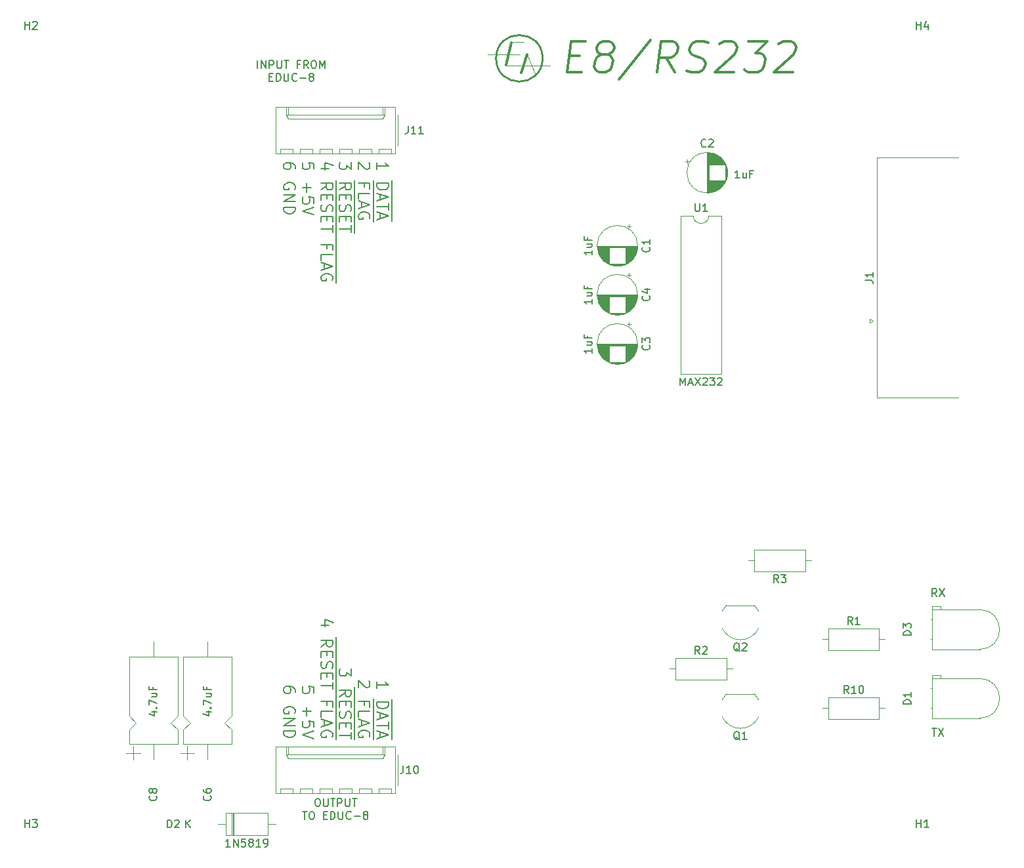
<source format=gbr>
%TF.GenerationSoftware,KiCad,Pcbnew,(5.1.10-1-10_14)*%
%TF.CreationDate,2021-07-18T13:59:37+10:00*%
%TF.ProjectId,RS232,52533233-322e-46b6-9963-61645f706362,rev?*%
%TF.SameCoordinates,Original*%
%TF.FileFunction,Legend,Top*%
%TF.FilePolarity,Positive*%
%FSLAX46Y46*%
G04 Gerber Fmt 4.6, Leading zero omitted, Abs format (unit mm)*
G04 Created by KiCad (PCBNEW (5.1.10-1-10_14)) date 2021-07-18 13:59:37*
%MOMM*%
%LPD*%
G01*
G04 APERTURE LIST*
%ADD10C,0.150000*%
%ADD11C,0.300000*%
%ADD12C,0.120000*%
%ADD13C,0.240000*%
G04 APERTURE END LIST*
D10*
X151833333Y-94452380D02*
X151500000Y-93976190D01*
X151261904Y-94452380D02*
X151261904Y-93452380D01*
X151642857Y-93452380D01*
X151738095Y-93500000D01*
X151785714Y-93547619D01*
X151833333Y-93642857D01*
X151833333Y-93785714D01*
X151785714Y-93880952D01*
X151738095Y-93928571D01*
X151642857Y-93976190D01*
X151261904Y-93976190D01*
X152166666Y-93452380D02*
X152833333Y-94452380D01*
X152833333Y-93452380D02*
X152166666Y-94452380D01*
X151238095Y-111452380D02*
X151809523Y-111452380D01*
X151523809Y-112452380D02*
X151523809Y-111452380D01*
X152047619Y-111452380D02*
X152714285Y-112452380D01*
X152714285Y-111452380D02*
X152047619Y-112452380D01*
X79616428Y-39340357D02*
X79616428Y-38483214D01*
X79616428Y-38911785D02*
X81116428Y-38911785D01*
X80902142Y-38768928D01*
X80759285Y-38626071D01*
X80687857Y-38483214D01*
X81570000Y-40768928D02*
X81570000Y-42268928D01*
X79616428Y-41126071D02*
X81116428Y-41126071D01*
X81116428Y-41483214D01*
X81045000Y-41697500D01*
X80902142Y-41840357D01*
X80759285Y-41911785D01*
X80473571Y-41983214D01*
X80259285Y-41983214D01*
X79973571Y-41911785D01*
X79830714Y-41840357D01*
X79687857Y-41697500D01*
X79616428Y-41483214D01*
X79616428Y-41126071D01*
X81570000Y-42268928D02*
X81570000Y-43554642D01*
X80045000Y-42554642D02*
X80045000Y-43268928D01*
X79616428Y-42411785D02*
X81116428Y-42911785D01*
X79616428Y-43411785D01*
X81570000Y-43554642D02*
X81570000Y-44697500D01*
X81116428Y-43697500D02*
X81116428Y-44554642D01*
X79616428Y-44126071D02*
X81116428Y-44126071D01*
X81570000Y-44697500D02*
X81570000Y-45983214D01*
X80045000Y-44983214D02*
X80045000Y-45697500D01*
X79616428Y-44840357D02*
X81116428Y-45340357D01*
X79616428Y-45840357D01*
X78573571Y-38483214D02*
X78645000Y-38554642D01*
X78716428Y-38697500D01*
X78716428Y-39054642D01*
X78645000Y-39197500D01*
X78573571Y-39268928D01*
X78430714Y-39340357D01*
X78287857Y-39340357D01*
X78073571Y-39268928D01*
X77216428Y-38411785D01*
X77216428Y-39340357D01*
X79170000Y-40768928D02*
X79170000Y-42054642D01*
X78002142Y-41626071D02*
X78002142Y-41126071D01*
X77216428Y-41126071D02*
X78716428Y-41126071D01*
X78716428Y-41840357D01*
X79170000Y-42054642D02*
X79170000Y-43268928D01*
X77216428Y-43126071D02*
X77216428Y-42411785D01*
X78716428Y-42411785D01*
X79170000Y-43268928D02*
X79170000Y-44554642D01*
X77645000Y-43554642D02*
X77645000Y-44268928D01*
X77216428Y-43411785D02*
X78716428Y-43911785D01*
X77216428Y-44411785D01*
X79170000Y-44554642D02*
X79170000Y-46054642D01*
X78645000Y-45697500D02*
X78716428Y-45554642D01*
X78716428Y-45340357D01*
X78645000Y-45126071D01*
X78502142Y-44983214D01*
X78359285Y-44911785D01*
X78073571Y-44840357D01*
X77859285Y-44840357D01*
X77573571Y-44911785D01*
X77430714Y-44983214D01*
X77287857Y-45126071D01*
X77216428Y-45340357D01*
X77216428Y-45483214D01*
X77287857Y-45697500D01*
X77359285Y-45768928D01*
X77859285Y-45768928D01*
X77859285Y-45483214D01*
X76316428Y-38411785D02*
X76316428Y-39340357D01*
X75745000Y-38840357D01*
X75745000Y-39054642D01*
X75673571Y-39197500D01*
X75602142Y-39268928D01*
X75459285Y-39340357D01*
X75102142Y-39340357D01*
X74959285Y-39268928D01*
X74887857Y-39197500D01*
X74816428Y-39054642D01*
X74816428Y-38626071D01*
X74887857Y-38483214D01*
X74959285Y-38411785D01*
X76770000Y-40768928D02*
X76770000Y-42268928D01*
X74816428Y-41983214D02*
X75530714Y-41483214D01*
X74816428Y-41126071D02*
X76316428Y-41126071D01*
X76316428Y-41697500D01*
X76245000Y-41840357D01*
X76173571Y-41911785D01*
X76030714Y-41983214D01*
X75816428Y-41983214D01*
X75673571Y-41911785D01*
X75602142Y-41840357D01*
X75530714Y-41697500D01*
X75530714Y-41126071D01*
X76770000Y-42268928D02*
X76770000Y-43626071D01*
X75602142Y-42626071D02*
X75602142Y-43126071D01*
X74816428Y-43340357D02*
X74816428Y-42626071D01*
X76316428Y-42626071D01*
X76316428Y-43340357D01*
X76770000Y-43626071D02*
X76770000Y-45054642D01*
X74887857Y-43911785D02*
X74816428Y-44126071D01*
X74816428Y-44483214D01*
X74887857Y-44626071D01*
X74959285Y-44697500D01*
X75102142Y-44768928D01*
X75245000Y-44768928D01*
X75387857Y-44697500D01*
X75459285Y-44626071D01*
X75530714Y-44483214D01*
X75602142Y-44197500D01*
X75673571Y-44054642D01*
X75745000Y-43983214D01*
X75887857Y-43911785D01*
X76030714Y-43911785D01*
X76173571Y-43983214D01*
X76245000Y-44054642D01*
X76316428Y-44197500D01*
X76316428Y-44554642D01*
X76245000Y-44768928D01*
X76770000Y-45054642D02*
X76770000Y-46411785D01*
X75602142Y-45411785D02*
X75602142Y-45911785D01*
X74816428Y-46126071D02*
X74816428Y-45411785D01*
X76316428Y-45411785D01*
X76316428Y-46126071D01*
X76770000Y-46411785D02*
X76770000Y-47554642D01*
X76316428Y-46554642D02*
X76316428Y-47411785D01*
X74816428Y-46983214D02*
X76316428Y-46983214D01*
X73416428Y-39197500D02*
X72416428Y-39197500D01*
X73987857Y-38840357D02*
X72916428Y-38483214D01*
X72916428Y-39411785D01*
X74370000Y-40768928D02*
X74370000Y-42268928D01*
X72416428Y-41983214D02*
X73130714Y-41483214D01*
X72416428Y-41126071D02*
X73916428Y-41126071D01*
X73916428Y-41697500D01*
X73845000Y-41840357D01*
X73773571Y-41911785D01*
X73630714Y-41983214D01*
X73416428Y-41983214D01*
X73273571Y-41911785D01*
X73202142Y-41840357D01*
X73130714Y-41697500D01*
X73130714Y-41126071D01*
X74370000Y-42268928D02*
X74370000Y-43626071D01*
X73202142Y-42626071D02*
X73202142Y-43126071D01*
X72416428Y-43340357D02*
X72416428Y-42626071D01*
X73916428Y-42626071D01*
X73916428Y-43340357D01*
X74370000Y-43626071D02*
X74370000Y-45054642D01*
X72487857Y-43911785D02*
X72416428Y-44126071D01*
X72416428Y-44483214D01*
X72487857Y-44626071D01*
X72559285Y-44697500D01*
X72702142Y-44768928D01*
X72845000Y-44768928D01*
X72987857Y-44697500D01*
X73059285Y-44626071D01*
X73130714Y-44483214D01*
X73202142Y-44197500D01*
X73273571Y-44054642D01*
X73345000Y-43983214D01*
X73487857Y-43911785D01*
X73630714Y-43911785D01*
X73773571Y-43983214D01*
X73845000Y-44054642D01*
X73916428Y-44197500D01*
X73916428Y-44554642D01*
X73845000Y-44768928D01*
X74370000Y-45054642D02*
X74370000Y-46411785D01*
X73202142Y-45411785D02*
X73202142Y-45911785D01*
X72416428Y-46126071D02*
X72416428Y-45411785D01*
X73916428Y-45411785D01*
X73916428Y-46126071D01*
X74370000Y-46411785D02*
X74370000Y-47554642D01*
X73916428Y-46554642D02*
X73916428Y-47411785D01*
X72416428Y-46983214D02*
X73916428Y-46983214D01*
X74370000Y-47554642D02*
X74370000Y-48697500D01*
X74370000Y-48697500D02*
X74370000Y-49983214D01*
X73202142Y-49554642D02*
X73202142Y-49054642D01*
X72416428Y-49054642D02*
X73916428Y-49054642D01*
X73916428Y-49768928D01*
X74370000Y-49983214D02*
X74370000Y-51197500D01*
X72416428Y-51054642D02*
X72416428Y-50340357D01*
X73916428Y-50340357D01*
X74370000Y-51197500D02*
X74370000Y-52483214D01*
X72845000Y-51483214D02*
X72845000Y-52197500D01*
X72416428Y-51340357D02*
X73916428Y-51840357D01*
X72416428Y-52340357D01*
X74370000Y-52483214D02*
X74370000Y-53983214D01*
X73845000Y-53626071D02*
X73916428Y-53483214D01*
X73916428Y-53268928D01*
X73845000Y-53054642D01*
X73702142Y-52911785D01*
X73559285Y-52840357D01*
X73273571Y-52768928D01*
X73059285Y-52768928D01*
X72773571Y-52840357D01*
X72630714Y-52911785D01*
X72487857Y-53054642D01*
X72416428Y-53268928D01*
X72416428Y-53411785D01*
X72487857Y-53626071D01*
X72559285Y-53697500D01*
X73059285Y-53697500D01*
X73059285Y-53411785D01*
X71516428Y-39268928D02*
X71516428Y-38554642D01*
X70802142Y-38483214D01*
X70873571Y-38554642D01*
X70945000Y-38697500D01*
X70945000Y-39054642D01*
X70873571Y-39197500D01*
X70802142Y-39268928D01*
X70659285Y-39340357D01*
X70302142Y-39340357D01*
X70159285Y-39268928D01*
X70087857Y-39197500D01*
X70016428Y-39054642D01*
X70016428Y-38697500D01*
X70087857Y-38554642D01*
X70159285Y-38483214D01*
X70587857Y-41126071D02*
X70587857Y-42268928D01*
X70016428Y-41697500D02*
X71159285Y-41697500D01*
X71516428Y-43697500D02*
X71516428Y-42983214D01*
X70802142Y-42911785D01*
X70873571Y-42983214D01*
X70945000Y-43126071D01*
X70945000Y-43483214D01*
X70873571Y-43626071D01*
X70802142Y-43697500D01*
X70659285Y-43768928D01*
X70302142Y-43768928D01*
X70159285Y-43697500D01*
X70087857Y-43626071D01*
X70016428Y-43483214D01*
X70016428Y-43126071D01*
X70087857Y-42983214D01*
X70159285Y-42911785D01*
X71516428Y-44197500D02*
X70016428Y-44697500D01*
X71516428Y-45197500D01*
X69116428Y-39197500D02*
X69116428Y-38911785D01*
X69045000Y-38768928D01*
X68973571Y-38697500D01*
X68759285Y-38554642D01*
X68473571Y-38483214D01*
X67902142Y-38483214D01*
X67759285Y-38554642D01*
X67687857Y-38626071D01*
X67616428Y-38768928D01*
X67616428Y-39054642D01*
X67687857Y-39197500D01*
X67759285Y-39268928D01*
X67902142Y-39340357D01*
X68259285Y-39340357D01*
X68402142Y-39268928D01*
X68473571Y-39197500D01*
X68545000Y-39054642D01*
X68545000Y-38768928D01*
X68473571Y-38626071D01*
X68402142Y-38554642D01*
X68259285Y-38483214D01*
X69045000Y-41911785D02*
X69116428Y-41768928D01*
X69116428Y-41554642D01*
X69045000Y-41340357D01*
X68902142Y-41197500D01*
X68759285Y-41126071D01*
X68473571Y-41054642D01*
X68259285Y-41054642D01*
X67973571Y-41126071D01*
X67830714Y-41197500D01*
X67687857Y-41340357D01*
X67616428Y-41554642D01*
X67616428Y-41697500D01*
X67687857Y-41911785D01*
X67759285Y-41983214D01*
X68259285Y-41983214D01*
X68259285Y-41697500D01*
X67616428Y-42626071D02*
X69116428Y-42626071D01*
X67616428Y-43483214D01*
X69116428Y-43483214D01*
X67616428Y-44197500D02*
X69116428Y-44197500D01*
X69116428Y-44554642D01*
X69045000Y-44768928D01*
X68902142Y-44911785D01*
X68759285Y-44983214D01*
X68473571Y-45054642D01*
X68259285Y-45054642D01*
X67973571Y-44983214D01*
X67830714Y-44911785D01*
X67687857Y-44768928D01*
X67616428Y-44554642D01*
X67616428Y-44197500D01*
X79616428Y-106289642D02*
X79616428Y-105432500D01*
X79616428Y-105861071D02*
X81116428Y-105861071D01*
X80902142Y-105718214D01*
X80759285Y-105575357D01*
X80687857Y-105432500D01*
X81570000Y-107718214D02*
X81570000Y-109218214D01*
X79616428Y-108075357D02*
X81116428Y-108075357D01*
X81116428Y-108432500D01*
X81045000Y-108646785D01*
X80902142Y-108789642D01*
X80759285Y-108861071D01*
X80473571Y-108932500D01*
X80259285Y-108932500D01*
X79973571Y-108861071D01*
X79830714Y-108789642D01*
X79687857Y-108646785D01*
X79616428Y-108432500D01*
X79616428Y-108075357D01*
X81570000Y-109218214D02*
X81570000Y-110503928D01*
X80045000Y-109503928D02*
X80045000Y-110218214D01*
X79616428Y-109361071D02*
X81116428Y-109861071D01*
X79616428Y-110361071D01*
X81570000Y-110503928D02*
X81570000Y-111646785D01*
X81116428Y-110646785D02*
X81116428Y-111503928D01*
X79616428Y-111075357D02*
X81116428Y-111075357D01*
X81570000Y-111646785D02*
X81570000Y-112932500D01*
X80045000Y-111932500D02*
X80045000Y-112646785D01*
X79616428Y-111789642D02*
X81116428Y-112289642D01*
X79616428Y-112789642D01*
X78573571Y-105361071D02*
X78645000Y-105432500D01*
X78716428Y-105575357D01*
X78716428Y-105932500D01*
X78645000Y-106075357D01*
X78573571Y-106146785D01*
X78430714Y-106218214D01*
X78287857Y-106218214D01*
X78073571Y-106146785D01*
X77216428Y-105289642D01*
X77216428Y-106218214D01*
X79170000Y-107646785D02*
X79170000Y-108932500D01*
X78002142Y-108503928D02*
X78002142Y-108003928D01*
X77216428Y-108003928D02*
X78716428Y-108003928D01*
X78716428Y-108718214D01*
X79170000Y-108932500D02*
X79170000Y-110146785D01*
X77216428Y-110003928D02*
X77216428Y-109289642D01*
X78716428Y-109289642D01*
X79170000Y-110146785D02*
X79170000Y-111432500D01*
X77645000Y-110432500D02*
X77645000Y-111146785D01*
X77216428Y-110289642D02*
X78716428Y-110789642D01*
X77216428Y-111289642D01*
X79170000Y-111432500D02*
X79170000Y-112932500D01*
X78645000Y-112575357D02*
X78716428Y-112432500D01*
X78716428Y-112218214D01*
X78645000Y-112003928D01*
X78502142Y-111861071D01*
X78359285Y-111789642D01*
X78073571Y-111718214D01*
X77859285Y-111718214D01*
X77573571Y-111789642D01*
X77430714Y-111861071D01*
X77287857Y-112003928D01*
X77216428Y-112218214D01*
X77216428Y-112361071D01*
X77287857Y-112575357D01*
X77359285Y-112646785D01*
X77859285Y-112646785D01*
X77859285Y-112361071D01*
X76316428Y-103789642D02*
X76316428Y-104718214D01*
X75745000Y-104218214D01*
X75745000Y-104432500D01*
X75673571Y-104575357D01*
X75602142Y-104646785D01*
X75459285Y-104718214D01*
X75102142Y-104718214D01*
X74959285Y-104646785D01*
X74887857Y-104575357D01*
X74816428Y-104432500D01*
X74816428Y-104003928D01*
X74887857Y-103861071D01*
X74959285Y-103789642D01*
X76770000Y-106146785D02*
X76770000Y-107646785D01*
X74816428Y-107361071D02*
X75530714Y-106861071D01*
X74816428Y-106503928D02*
X76316428Y-106503928D01*
X76316428Y-107075357D01*
X76245000Y-107218214D01*
X76173571Y-107289642D01*
X76030714Y-107361071D01*
X75816428Y-107361071D01*
X75673571Y-107289642D01*
X75602142Y-107218214D01*
X75530714Y-107075357D01*
X75530714Y-106503928D01*
X76770000Y-107646785D02*
X76770000Y-109003928D01*
X75602142Y-108003928D02*
X75602142Y-108503928D01*
X74816428Y-108718214D02*
X74816428Y-108003928D01*
X76316428Y-108003928D01*
X76316428Y-108718214D01*
X76770000Y-109003928D02*
X76770000Y-110432500D01*
X74887857Y-109289642D02*
X74816428Y-109503928D01*
X74816428Y-109861071D01*
X74887857Y-110003928D01*
X74959285Y-110075357D01*
X75102142Y-110146785D01*
X75245000Y-110146785D01*
X75387857Y-110075357D01*
X75459285Y-110003928D01*
X75530714Y-109861071D01*
X75602142Y-109575357D01*
X75673571Y-109432500D01*
X75745000Y-109361071D01*
X75887857Y-109289642D01*
X76030714Y-109289642D01*
X76173571Y-109361071D01*
X76245000Y-109432500D01*
X76316428Y-109575357D01*
X76316428Y-109932500D01*
X76245000Y-110146785D01*
X76770000Y-110432500D02*
X76770000Y-111789642D01*
X75602142Y-110789642D02*
X75602142Y-111289642D01*
X74816428Y-111503928D02*
X74816428Y-110789642D01*
X76316428Y-110789642D01*
X76316428Y-111503928D01*
X76770000Y-111789642D02*
X76770000Y-112932500D01*
X76316428Y-111932500D02*
X76316428Y-112789642D01*
X74816428Y-112361071D02*
X76316428Y-112361071D01*
X73416428Y-98146785D02*
X72416428Y-98146785D01*
X73987857Y-97789642D02*
X72916428Y-97432500D01*
X72916428Y-98361071D01*
X74370000Y-99718214D02*
X74370000Y-101218214D01*
X72416428Y-100932500D02*
X73130714Y-100432500D01*
X72416428Y-100075357D02*
X73916428Y-100075357D01*
X73916428Y-100646785D01*
X73845000Y-100789642D01*
X73773571Y-100861071D01*
X73630714Y-100932500D01*
X73416428Y-100932500D01*
X73273571Y-100861071D01*
X73202142Y-100789642D01*
X73130714Y-100646785D01*
X73130714Y-100075357D01*
X74370000Y-101218214D02*
X74370000Y-102575357D01*
X73202142Y-101575357D02*
X73202142Y-102075357D01*
X72416428Y-102289642D02*
X72416428Y-101575357D01*
X73916428Y-101575357D01*
X73916428Y-102289642D01*
X74370000Y-102575357D02*
X74370000Y-104003928D01*
X72487857Y-102861071D02*
X72416428Y-103075357D01*
X72416428Y-103432500D01*
X72487857Y-103575357D01*
X72559285Y-103646785D01*
X72702142Y-103718214D01*
X72845000Y-103718214D01*
X72987857Y-103646785D01*
X73059285Y-103575357D01*
X73130714Y-103432500D01*
X73202142Y-103146785D01*
X73273571Y-103003928D01*
X73345000Y-102932500D01*
X73487857Y-102861071D01*
X73630714Y-102861071D01*
X73773571Y-102932500D01*
X73845000Y-103003928D01*
X73916428Y-103146785D01*
X73916428Y-103503928D01*
X73845000Y-103718214D01*
X74370000Y-104003928D02*
X74370000Y-105361071D01*
X73202142Y-104361071D02*
X73202142Y-104861071D01*
X72416428Y-105075357D02*
X72416428Y-104361071D01*
X73916428Y-104361071D01*
X73916428Y-105075357D01*
X74370000Y-105361071D02*
X74370000Y-106503928D01*
X73916428Y-105503928D02*
X73916428Y-106361071D01*
X72416428Y-105932500D02*
X73916428Y-105932500D01*
X74370000Y-106503928D02*
X74370000Y-107646785D01*
X74370000Y-107646785D02*
X74370000Y-108932500D01*
X73202142Y-108503928D02*
X73202142Y-108003928D01*
X72416428Y-108003928D02*
X73916428Y-108003928D01*
X73916428Y-108718214D01*
X74370000Y-108932500D02*
X74370000Y-110146785D01*
X72416428Y-110003928D02*
X72416428Y-109289642D01*
X73916428Y-109289642D01*
X74370000Y-110146785D02*
X74370000Y-111432500D01*
X72845000Y-110432500D02*
X72845000Y-111146785D01*
X72416428Y-110289642D02*
X73916428Y-110789642D01*
X72416428Y-111289642D01*
X74370000Y-111432500D02*
X74370000Y-112932500D01*
X73845000Y-112575357D02*
X73916428Y-112432500D01*
X73916428Y-112218214D01*
X73845000Y-112003928D01*
X73702142Y-111861071D01*
X73559285Y-111789642D01*
X73273571Y-111718214D01*
X73059285Y-111718214D01*
X72773571Y-111789642D01*
X72630714Y-111861071D01*
X72487857Y-112003928D01*
X72416428Y-112218214D01*
X72416428Y-112361071D01*
X72487857Y-112575357D01*
X72559285Y-112646785D01*
X73059285Y-112646785D01*
X73059285Y-112361071D01*
X71516428Y-106861071D02*
X71516428Y-106146785D01*
X70802142Y-106075357D01*
X70873571Y-106146785D01*
X70945000Y-106289642D01*
X70945000Y-106646785D01*
X70873571Y-106789642D01*
X70802142Y-106861071D01*
X70659285Y-106932500D01*
X70302142Y-106932500D01*
X70159285Y-106861071D01*
X70087857Y-106789642D01*
X70016428Y-106646785D01*
X70016428Y-106289642D01*
X70087857Y-106146785D01*
X70159285Y-106075357D01*
X70587857Y-108718214D02*
X70587857Y-109861071D01*
X70016428Y-109289642D02*
X71159285Y-109289642D01*
X71516428Y-111289642D02*
X71516428Y-110575357D01*
X70802142Y-110503928D01*
X70873571Y-110575357D01*
X70945000Y-110718214D01*
X70945000Y-111075357D01*
X70873571Y-111218214D01*
X70802142Y-111289642D01*
X70659285Y-111361071D01*
X70302142Y-111361071D01*
X70159285Y-111289642D01*
X70087857Y-111218214D01*
X70016428Y-111075357D01*
X70016428Y-110718214D01*
X70087857Y-110575357D01*
X70159285Y-110503928D01*
X71516428Y-111789642D02*
X70016428Y-112289642D01*
X71516428Y-112789642D01*
X69116428Y-106789642D02*
X69116428Y-106503928D01*
X69045000Y-106361071D01*
X68973571Y-106289642D01*
X68759285Y-106146785D01*
X68473571Y-106075357D01*
X67902142Y-106075357D01*
X67759285Y-106146785D01*
X67687857Y-106218214D01*
X67616428Y-106361071D01*
X67616428Y-106646785D01*
X67687857Y-106789642D01*
X67759285Y-106861071D01*
X67902142Y-106932500D01*
X68259285Y-106932500D01*
X68402142Y-106861071D01*
X68473571Y-106789642D01*
X68545000Y-106646785D01*
X68545000Y-106361071D01*
X68473571Y-106218214D01*
X68402142Y-106146785D01*
X68259285Y-106075357D01*
X69045000Y-109503928D02*
X69116428Y-109361071D01*
X69116428Y-109146785D01*
X69045000Y-108932500D01*
X68902142Y-108789642D01*
X68759285Y-108718214D01*
X68473571Y-108646785D01*
X68259285Y-108646785D01*
X67973571Y-108718214D01*
X67830714Y-108789642D01*
X67687857Y-108932500D01*
X67616428Y-109146785D01*
X67616428Y-109289642D01*
X67687857Y-109503928D01*
X67759285Y-109575357D01*
X68259285Y-109575357D01*
X68259285Y-109289642D01*
X67616428Y-110218214D02*
X69116428Y-110218214D01*
X67616428Y-111075357D01*
X69116428Y-111075357D01*
X67616428Y-111789642D02*
X69116428Y-111789642D01*
X69116428Y-112146785D01*
X69045000Y-112361071D01*
X68902142Y-112503928D01*
X68759285Y-112575357D01*
X68473571Y-112646785D01*
X68259285Y-112646785D01*
X67973571Y-112575357D01*
X67830714Y-112503928D01*
X67687857Y-112361071D01*
X67616428Y-112146785D01*
X67616428Y-111789642D01*
D11*
X104410148Y-24714285D02*
X105743482Y-24714285D01*
X106053005Y-26809523D02*
X104148244Y-26809523D01*
X104648244Y-22809523D01*
X106553005Y-22809523D01*
X108624434Y-24523809D02*
X108267291Y-24333333D01*
X108100625Y-24142857D01*
X107957767Y-23761904D01*
X107981577Y-23571428D01*
X108219672Y-23190476D01*
X108433958Y-23000000D01*
X108838720Y-22809523D01*
X109600625Y-22809523D01*
X109957767Y-23000000D01*
X110124434Y-23190476D01*
X110267291Y-23571428D01*
X110243482Y-23761904D01*
X110005386Y-24142857D01*
X109791101Y-24333333D01*
X109386339Y-24523809D01*
X108624434Y-24523809D01*
X108219672Y-24714285D01*
X108005386Y-24904761D01*
X107767291Y-25285714D01*
X107672053Y-26047619D01*
X107814910Y-26428571D01*
X107981577Y-26619047D01*
X108338720Y-26809523D01*
X109100625Y-26809523D01*
X109505386Y-26619047D01*
X109719672Y-26428571D01*
X109957767Y-26047619D01*
X110053005Y-25285714D01*
X109910148Y-24904761D01*
X109743482Y-24714285D01*
X109386339Y-24523809D01*
X114957767Y-22619047D02*
X110886339Y-27761904D01*
X118053005Y-26809523D02*
X116957767Y-24904761D01*
X115767291Y-26809523D02*
X116267291Y-22809523D01*
X117791101Y-22809523D01*
X118148244Y-23000000D01*
X118314910Y-23190476D01*
X118457767Y-23571428D01*
X118386339Y-24142857D01*
X118148244Y-24523809D01*
X117933958Y-24714285D01*
X117529196Y-24904761D01*
X116005386Y-24904761D01*
X119600625Y-26619047D02*
X120148244Y-26809523D01*
X121100625Y-26809523D01*
X121505386Y-26619047D01*
X121719672Y-26428571D01*
X121957767Y-26047619D01*
X122005386Y-25666666D01*
X121862529Y-25285714D01*
X121695863Y-25095238D01*
X121338720Y-24904761D01*
X120600625Y-24714285D01*
X120243482Y-24523809D01*
X120076815Y-24333333D01*
X119933958Y-23952380D01*
X119981577Y-23571428D01*
X120219672Y-23190476D01*
X120433958Y-23000000D01*
X120838720Y-22809523D01*
X121791101Y-22809523D01*
X122338720Y-23000000D01*
X123838720Y-23190476D02*
X124053005Y-23000000D01*
X124457767Y-22809523D01*
X125410148Y-22809523D01*
X125767291Y-23000000D01*
X125933958Y-23190476D01*
X126076815Y-23571428D01*
X126029196Y-23952380D01*
X125767291Y-24523809D01*
X123195863Y-26809523D01*
X125672053Y-26809523D01*
X127505386Y-22809523D02*
X129981577Y-22809523D01*
X128457767Y-24333333D01*
X129029196Y-24333333D01*
X129386339Y-24523809D01*
X129553005Y-24714285D01*
X129695863Y-25095238D01*
X129576815Y-26047619D01*
X129338720Y-26428571D01*
X129124434Y-26619047D01*
X128719672Y-26809523D01*
X127576815Y-26809523D01*
X127219672Y-26619047D01*
X127053005Y-26428571D01*
X131457767Y-23190476D02*
X131672053Y-23000000D01*
X132076815Y-22809523D01*
X133029196Y-22809523D01*
X133386339Y-23000000D01*
X133553005Y-23190476D01*
X133695863Y-23571428D01*
X133648244Y-23952380D01*
X133386339Y-24523809D01*
X130814910Y-26809523D01*
X133291101Y-26809523D01*
D10*
X71890238Y-120547380D02*
X72080714Y-120547380D01*
X72175952Y-120595000D01*
X72271190Y-120690238D01*
X72318809Y-120880714D01*
X72318809Y-121214047D01*
X72271190Y-121404523D01*
X72175952Y-121499761D01*
X72080714Y-121547380D01*
X71890238Y-121547380D01*
X71795000Y-121499761D01*
X71699761Y-121404523D01*
X71652142Y-121214047D01*
X71652142Y-120880714D01*
X71699761Y-120690238D01*
X71795000Y-120595000D01*
X71890238Y-120547380D01*
X72747380Y-120547380D02*
X72747380Y-121356904D01*
X72795000Y-121452142D01*
X72842619Y-121499761D01*
X72937857Y-121547380D01*
X73128333Y-121547380D01*
X73223571Y-121499761D01*
X73271190Y-121452142D01*
X73318809Y-121356904D01*
X73318809Y-120547380D01*
X73652142Y-120547380D02*
X74223571Y-120547380D01*
X73937857Y-121547380D02*
X73937857Y-120547380D01*
X74556904Y-121547380D02*
X74556904Y-120547380D01*
X74937857Y-120547380D01*
X75033095Y-120595000D01*
X75080714Y-120642619D01*
X75128333Y-120737857D01*
X75128333Y-120880714D01*
X75080714Y-120975952D01*
X75033095Y-121023571D01*
X74937857Y-121071190D01*
X74556904Y-121071190D01*
X75556904Y-120547380D02*
X75556904Y-121356904D01*
X75604523Y-121452142D01*
X75652142Y-121499761D01*
X75747380Y-121547380D01*
X75937857Y-121547380D01*
X76033095Y-121499761D01*
X76080714Y-121452142D01*
X76128333Y-121356904D01*
X76128333Y-120547380D01*
X76461666Y-120547380D02*
X77033095Y-120547380D01*
X76747380Y-121547380D02*
X76747380Y-120547380D01*
X70033095Y-122197380D02*
X70604523Y-122197380D01*
X70318809Y-123197380D02*
X70318809Y-122197380D01*
X71128333Y-122197380D02*
X71318809Y-122197380D01*
X71414047Y-122245000D01*
X71509285Y-122340238D01*
X71556904Y-122530714D01*
X71556904Y-122864047D01*
X71509285Y-123054523D01*
X71414047Y-123149761D01*
X71318809Y-123197380D01*
X71128333Y-123197380D01*
X71033095Y-123149761D01*
X70937857Y-123054523D01*
X70890238Y-122864047D01*
X70890238Y-122530714D01*
X70937857Y-122340238D01*
X71033095Y-122245000D01*
X71128333Y-122197380D01*
X72747380Y-122673571D02*
X73080714Y-122673571D01*
X73223571Y-123197380D02*
X72747380Y-123197380D01*
X72747380Y-122197380D01*
X73223571Y-122197380D01*
X73652142Y-123197380D02*
X73652142Y-122197380D01*
X73890238Y-122197380D01*
X74033095Y-122245000D01*
X74128333Y-122340238D01*
X74175952Y-122435476D01*
X74223571Y-122625952D01*
X74223571Y-122768809D01*
X74175952Y-122959285D01*
X74128333Y-123054523D01*
X74033095Y-123149761D01*
X73890238Y-123197380D01*
X73652142Y-123197380D01*
X74652142Y-122197380D02*
X74652142Y-123006904D01*
X74699761Y-123102142D01*
X74747380Y-123149761D01*
X74842619Y-123197380D01*
X75033095Y-123197380D01*
X75128333Y-123149761D01*
X75175952Y-123102142D01*
X75223571Y-123006904D01*
X75223571Y-122197380D01*
X76271190Y-123102142D02*
X76223571Y-123149761D01*
X76080714Y-123197380D01*
X75985476Y-123197380D01*
X75842619Y-123149761D01*
X75747380Y-123054523D01*
X75699761Y-122959285D01*
X75652142Y-122768809D01*
X75652142Y-122625952D01*
X75699761Y-122435476D01*
X75747380Y-122340238D01*
X75842619Y-122245000D01*
X75985476Y-122197380D01*
X76080714Y-122197380D01*
X76223571Y-122245000D01*
X76271190Y-122292619D01*
X76699761Y-122816428D02*
X77461666Y-122816428D01*
X78080714Y-122625952D02*
X77985476Y-122578333D01*
X77937857Y-122530714D01*
X77890238Y-122435476D01*
X77890238Y-122387857D01*
X77937857Y-122292619D01*
X77985476Y-122245000D01*
X78080714Y-122197380D01*
X78271190Y-122197380D01*
X78366428Y-122245000D01*
X78414047Y-122292619D01*
X78461666Y-122387857D01*
X78461666Y-122435476D01*
X78414047Y-122530714D01*
X78366428Y-122578333D01*
X78271190Y-122625952D01*
X78080714Y-122625952D01*
X77985476Y-122673571D01*
X77937857Y-122721190D01*
X77890238Y-122816428D01*
X77890238Y-123006904D01*
X77937857Y-123102142D01*
X77985476Y-123149761D01*
X78080714Y-123197380D01*
X78271190Y-123197380D01*
X78366428Y-123149761D01*
X78414047Y-123102142D01*
X78461666Y-123006904D01*
X78461666Y-122816428D01*
X78414047Y-122721190D01*
X78366428Y-122673571D01*
X78271190Y-122625952D01*
X64246666Y-26297380D02*
X64246666Y-25297380D01*
X64722857Y-26297380D02*
X64722857Y-25297380D01*
X65294285Y-26297380D01*
X65294285Y-25297380D01*
X65770476Y-26297380D02*
X65770476Y-25297380D01*
X66151428Y-25297380D01*
X66246666Y-25345000D01*
X66294285Y-25392619D01*
X66341904Y-25487857D01*
X66341904Y-25630714D01*
X66294285Y-25725952D01*
X66246666Y-25773571D01*
X66151428Y-25821190D01*
X65770476Y-25821190D01*
X66770476Y-25297380D02*
X66770476Y-26106904D01*
X66818095Y-26202142D01*
X66865714Y-26249761D01*
X66960952Y-26297380D01*
X67151428Y-26297380D01*
X67246666Y-26249761D01*
X67294285Y-26202142D01*
X67341904Y-26106904D01*
X67341904Y-25297380D01*
X67675238Y-25297380D02*
X68246666Y-25297380D01*
X67960952Y-26297380D02*
X67960952Y-25297380D01*
X69675238Y-25773571D02*
X69341904Y-25773571D01*
X69341904Y-26297380D02*
X69341904Y-25297380D01*
X69818095Y-25297380D01*
X70770476Y-26297380D02*
X70437142Y-25821190D01*
X70199047Y-26297380D02*
X70199047Y-25297380D01*
X70580000Y-25297380D01*
X70675238Y-25345000D01*
X70722857Y-25392619D01*
X70770476Y-25487857D01*
X70770476Y-25630714D01*
X70722857Y-25725952D01*
X70675238Y-25773571D01*
X70580000Y-25821190D01*
X70199047Y-25821190D01*
X71389523Y-25297380D02*
X71580000Y-25297380D01*
X71675238Y-25345000D01*
X71770476Y-25440238D01*
X71818095Y-25630714D01*
X71818095Y-25964047D01*
X71770476Y-26154523D01*
X71675238Y-26249761D01*
X71580000Y-26297380D01*
X71389523Y-26297380D01*
X71294285Y-26249761D01*
X71199047Y-26154523D01*
X71151428Y-25964047D01*
X71151428Y-25630714D01*
X71199047Y-25440238D01*
X71294285Y-25345000D01*
X71389523Y-25297380D01*
X72246666Y-26297380D02*
X72246666Y-25297380D01*
X72580000Y-26011666D01*
X72913333Y-25297380D01*
X72913333Y-26297380D01*
X65746666Y-27423571D02*
X66080000Y-27423571D01*
X66222857Y-27947380D02*
X65746666Y-27947380D01*
X65746666Y-26947380D01*
X66222857Y-26947380D01*
X66651428Y-27947380D02*
X66651428Y-26947380D01*
X66889523Y-26947380D01*
X67032380Y-26995000D01*
X67127619Y-27090238D01*
X67175238Y-27185476D01*
X67222857Y-27375952D01*
X67222857Y-27518809D01*
X67175238Y-27709285D01*
X67127619Y-27804523D01*
X67032380Y-27899761D01*
X66889523Y-27947380D01*
X66651428Y-27947380D01*
X67651428Y-26947380D02*
X67651428Y-27756904D01*
X67699047Y-27852142D01*
X67746666Y-27899761D01*
X67841904Y-27947380D01*
X68032380Y-27947380D01*
X68127619Y-27899761D01*
X68175238Y-27852142D01*
X68222857Y-27756904D01*
X68222857Y-26947380D01*
X69270476Y-27852142D02*
X69222857Y-27899761D01*
X69080000Y-27947380D01*
X68984761Y-27947380D01*
X68841904Y-27899761D01*
X68746666Y-27804523D01*
X68699047Y-27709285D01*
X68651428Y-27518809D01*
X68651428Y-27375952D01*
X68699047Y-27185476D01*
X68746666Y-27090238D01*
X68841904Y-26995000D01*
X68984761Y-26947380D01*
X69080000Y-26947380D01*
X69222857Y-26995000D01*
X69270476Y-27042619D01*
X69699047Y-27566428D02*
X70460952Y-27566428D01*
X71080000Y-27375952D02*
X70984761Y-27328333D01*
X70937142Y-27280714D01*
X70889523Y-27185476D01*
X70889523Y-27137857D01*
X70937142Y-27042619D01*
X70984761Y-26995000D01*
X71080000Y-26947380D01*
X71270476Y-26947380D01*
X71365714Y-26995000D01*
X71413333Y-27042619D01*
X71460952Y-27137857D01*
X71460952Y-27185476D01*
X71413333Y-27280714D01*
X71365714Y-27328333D01*
X71270476Y-27375952D01*
X71080000Y-27375952D01*
X70984761Y-27423571D01*
X70937142Y-27471190D01*
X70889523Y-27566428D01*
X70889523Y-27756904D01*
X70937142Y-27852142D01*
X70984761Y-27899761D01*
X71080000Y-27947380D01*
X71270476Y-27947380D01*
X71365714Y-27899761D01*
X71413333Y-27852142D01*
X71460952Y-27756904D01*
X71460952Y-27566428D01*
X71413333Y-27471190D01*
X71365714Y-27423571D01*
X71270476Y-27375952D01*
D12*
%TO.C,R10*%
X137855000Y-107500000D02*
X137855000Y-110240000D01*
X137855000Y-110240000D02*
X144395000Y-110240000D01*
X144395000Y-110240000D02*
X144395000Y-107500000D01*
X144395000Y-107500000D02*
X137855000Y-107500000D01*
X137085000Y-108870000D02*
X137855000Y-108870000D01*
X145165000Y-108870000D02*
X144395000Y-108870000D01*
%TO.C,R3*%
X134870000Y-91190000D02*
X134870000Y-88450000D01*
X134870000Y-88450000D02*
X128330000Y-88450000D01*
X128330000Y-88450000D02*
X128330000Y-91190000D01*
X128330000Y-91190000D02*
X134870000Y-91190000D01*
X135640000Y-89820000D02*
X134870000Y-89820000D01*
X127560000Y-89820000D02*
X128330000Y-89820000D01*
%TO.C,R2*%
X118170000Y-102420000D02*
X118170000Y-105160000D01*
X118170000Y-105160000D02*
X124710000Y-105160000D01*
X124710000Y-105160000D02*
X124710000Y-102420000D01*
X124710000Y-102420000D02*
X118170000Y-102420000D01*
X117400000Y-103790000D02*
X118170000Y-103790000D01*
X125480000Y-103790000D02*
X124710000Y-103790000D01*
%TO.C,R1*%
X137855000Y-98610000D02*
X137855000Y-101350000D01*
X137855000Y-101350000D02*
X144395000Y-101350000D01*
X144395000Y-101350000D02*
X144395000Y-98610000D01*
X144395000Y-98610000D02*
X137855000Y-98610000D01*
X137085000Y-99980000D02*
X137855000Y-99980000D01*
X145165000Y-99980000D02*
X144395000Y-99980000D01*
%TO.C,Q2*%
X124195816Y-96317205D02*
G75*
G02*
X124720000Y-95590000I2324184J-1122795D01*
G01*
X124163600Y-98538807D02*
G75*
G03*
X126520000Y-100040000I2356400J1098807D01*
G01*
X128876400Y-98538807D02*
G75*
G02*
X126520000Y-100040000I-2356400J1098807D01*
G01*
X128844184Y-96317205D02*
G75*
G03*
X128320000Y-95590000I-2324184J-1122795D01*
G01*
X128320000Y-95590000D02*
X124720000Y-95590000D01*
%TO.C,Q1*%
X124195816Y-107747205D02*
G75*
G02*
X124720000Y-107020000I2324184J-1122795D01*
G01*
X124163600Y-109968807D02*
G75*
G03*
X126520000Y-111470000I2356400J1098807D01*
G01*
X128876400Y-109968807D02*
G75*
G02*
X126520000Y-111470000I-2356400J1098807D01*
G01*
X128844184Y-107747205D02*
G75*
G03*
X128320000Y-107020000I-2324184J-1122795D01*
G01*
X128320000Y-107020000D02*
X124720000Y-107020000D01*
%TO.C,D3*%
X157385000Y-96150000D02*
G75*
G02*
X157385000Y-101270000I0J-2560000D01*
G01*
X151225000Y-101270000D02*
X157385000Y-101270000D01*
X151225000Y-96150000D02*
X157385000Y-96150000D01*
X151225000Y-101270000D02*
X151225000Y-96150000D01*
X151225000Y-95750000D02*
X152345000Y-95750000D01*
X152345000Y-95750000D02*
X152345000Y-96150000D01*
X152345000Y-96150000D02*
X151225000Y-96150000D01*
X151225000Y-96150000D02*
X151225000Y-95750000D01*
X151095000Y-99980000D02*
X151225000Y-99980000D01*
X151225000Y-99980000D02*
X151225000Y-99980000D01*
X151225000Y-99980000D02*
X151095000Y-99980000D01*
X151095000Y-99980000D02*
X151095000Y-99980000D01*
X151095000Y-97440000D02*
X151225000Y-97440000D01*
X151225000Y-97440000D02*
X151225000Y-97440000D01*
X151225000Y-97440000D02*
X151095000Y-97440000D01*
X151095000Y-97440000D02*
X151095000Y-97440000D01*
%TO.C,D1*%
X157385000Y-105040000D02*
G75*
G02*
X157385000Y-110160000I0J-2560000D01*
G01*
X151225000Y-110160000D02*
X157385000Y-110160000D01*
X151225000Y-105040000D02*
X157385000Y-105040000D01*
X151225000Y-110160000D02*
X151225000Y-105040000D01*
X151225000Y-104640000D02*
X152345000Y-104640000D01*
X152345000Y-104640000D02*
X152345000Y-105040000D01*
X152345000Y-105040000D02*
X151225000Y-105040000D01*
X151225000Y-105040000D02*
X151225000Y-104640000D01*
X151095000Y-108870000D02*
X151225000Y-108870000D01*
X151225000Y-108870000D02*
X151225000Y-108870000D01*
X151225000Y-108870000D02*
X151095000Y-108870000D01*
X151095000Y-108870000D02*
X151095000Y-108870000D01*
X151095000Y-106330000D02*
X151225000Y-106330000D01*
X151225000Y-106330000D02*
X151225000Y-106330000D01*
X151225000Y-106330000D02*
X151095000Y-106330000D01*
X151095000Y-106330000D02*
X151095000Y-106330000D01*
%TO.C,U1*%
X122440000Y-45310000D02*
G75*
G02*
X120440000Y-45310000I-1000000J0D01*
G01*
X120440000Y-45310000D02*
X118790000Y-45310000D01*
X118790000Y-45310000D02*
X118790000Y-65750000D01*
X118790000Y-65750000D02*
X124090000Y-65750000D01*
X124090000Y-65750000D02*
X124090000Y-45310000D01*
X124090000Y-45310000D02*
X122440000Y-45310000D01*
%TO.C,J1*%
X154600000Y-68800000D02*
X144120000Y-68800000D01*
X144120000Y-68800000D02*
X144120000Y-37830000D01*
X144120000Y-37830000D02*
X154600000Y-37830000D01*
X143225662Y-59105000D02*
X143225662Y-58605000D01*
X143225662Y-58605000D02*
X143658675Y-58855000D01*
X143658675Y-58855000D02*
X143225662Y-59105000D01*
%TO.C,C4*%
X113265000Y-55510000D02*
G75*
G03*
X113265000Y-55510000I-2620000J0D01*
G01*
X113225000Y-55510000D02*
X108065000Y-55510000D01*
X113225000Y-55550000D02*
X108065000Y-55550000D01*
X113224000Y-55590000D02*
X108066000Y-55590000D01*
X113223000Y-55630000D02*
X108067000Y-55630000D01*
X113221000Y-55670000D02*
X108069000Y-55670000D01*
X113218000Y-55710000D02*
X108072000Y-55710000D01*
X113214000Y-55750000D02*
X111685000Y-55750000D01*
X109605000Y-55750000D02*
X108076000Y-55750000D01*
X113210000Y-55790000D02*
X111685000Y-55790000D01*
X109605000Y-55790000D02*
X108080000Y-55790000D01*
X113206000Y-55830000D02*
X111685000Y-55830000D01*
X109605000Y-55830000D02*
X108084000Y-55830000D01*
X113201000Y-55870000D02*
X111685000Y-55870000D01*
X109605000Y-55870000D02*
X108089000Y-55870000D01*
X113195000Y-55910000D02*
X111685000Y-55910000D01*
X109605000Y-55910000D02*
X108095000Y-55910000D01*
X113188000Y-55950000D02*
X111685000Y-55950000D01*
X109605000Y-55950000D02*
X108102000Y-55950000D01*
X113181000Y-55990000D02*
X111685000Y-55990000D01*
X109605000Y-55990000D02*
X108109000Y-55990000D01*
X113173000Y-56030000D02*
X111685000Y-56030000D01*
X109605000Y-56030000D02*
X108117000Y-56030000D01*
X113165000Y-56070000D02*
X111685000Y-56070000D01*
X109605000Y-56070000D02*
X108125000Y-56070000D01*
X113156000Y-56110000D02*
X111685000Y-56110000D01*
X109605000Y-56110000D02*
X108134000Y-56110000D01*
X113146000Y-56150000D02*
X111685000Y-56150000D01*
X109605000Y-56150000D02*
X108144000Y-56150000D01*
X113136000Y-56190000D02*
X111685000Y-56190000D01*
X109605000Y-56190000D02*
X108154000Y-56190000D01*
X113125000Y-56231000D02*
X111685000Y-56231000D01*
X109605000Y-56231000D02*
X108165000Y-56231000D01*
X113113000Y-56271000D02*
X111685000Y-56271000D01*
X109605000Y-56271000D02*
X108177000Y-56271000D01*
X113100000Y-56311000D02*
X111685000Y-56311000D01*
X109605000Y-56311000D02*
X108190000Y-56311000D01*
X113087000Y-56351000D02*
X111685000Y-56351000D01*
X109605000Y-56351000D02*
X108203000Y-56351000D01*
X113073000Y-56391000D02*
X111685000Y-56391000D01*
X109605000Y-56391000D02*
X108217000Y-56391000D01*
X113059000Y-56431000D02*
X111685000Y-56431000D01*
X109605000Y-56431000D02*
X108231000Y-56431000D01*
X113043000Y-56471000D02*
X111685000Y-56471000D01*
X109605000Y-56471000D02*
X108247000Y-56471000D01*
X113027000Y-56511000D02*
X111685000Y-56511000D01*
X109605000Y-56511000D02*
X108263000Y-56511000D01*
X113010000Y-56551000D02*
X111685000Y-56551000D01*
X109605000Y-56551000D02*
X108280000Y-56551000D01*
X112993000Y-56591000D02*
X111685000Y-56591000D01*
X109605000Y-56591000D02*
X108297000Y-56591000D01*
X112974000Y-56631000D02*
X111685000Y-56631000D01*
X109605000Y-56631000D02*
X108316000Y-56631000D01*
X112955000Y-56671000D02*
X111685000Y-56671000D01*
X109605000Y-56671000D02*
X108335000Y-56671000D01*
X112935000Y-56711000D02*
X111685000Y-56711000D01*
X109605000Y-56711000D02*
X108355000Y-56711000D01*
X112913000Y-56751000D02*
X111685000Y-56751000D01*
X109605000Y-56751000D02*
X108377000Y-56751000D01*
X112892000Y-56791000D02*
X111685000Y-56791000D01*
X109605000Y-56791000D02*
X108398000Y-56791000D01*
X112869000Y-56831000D02*
X111685000Y-56831000D01*
X109605000Y-56831000D02*
X108421000Y-56831000D01*
X112845000Y-56871000D02*
X111685000Y-56871000D01*
X109605000Y-56871000D02*
X108445000Y-56871000D01*
X112820000Y-56911000D02*
X111685000Y-56911000D01*
X109605000Y-56911000D02*
X108470000Y-56911000D01*
X112794000Y-56951000D02*
X111685000Y-56951000D01*
X109605000Y-56951000D02*
X108496000Y-56951000D01*
X112767000Y-56991000D02*
X111685000Y-56991000D01*
X109605000Y-56991000D02*
X108523000Y-56991000D01*
X112740000Y-57031000D02*
X111685000Y-57031000D01*
X109605000Y-57031000D02*
X108550000Y-57031000D01*
X112710000Y-57071000D02*
X111685000Y-57071000D01*
X109605000Y-57071000D02*
X108580000Y-57071000D01*
X112680000Y-57111000D02*
X111685000Y-57111000D01*
X109605000Y-57111000D02*
X108610000Y-57111000D01*
X112649000Y-57151000D02*
X111685000Y-57151000D01*
X109605000Y-57151000D02*
X108641000Y-57151000D01*
X112616000Y-57191000D02*
X111685000Y-57191000D01*
X109605000Y-57191000D02*
X108674000Y-57191000D01*
X112582000Y-57231000D02*
X111685000Y-57231000D01*
X109605000Y-57231000D02*
X108708000Y-57231000D01*
X112546000Y-57271000D02*
X111685000Y-57271000D01*
X109605000Y-57271000D02*
X108744000Y-57271000D01*
X112509000Y-57311000D02*
X111685000Y-57311000D01*
X109605000Y-57311000D02*
X108781000Y-57311000D01*
X112471000Y-57351000D02*
X111685000Y-57351000D01*
X109605000Y-57351000D02*
X108819000Y-57351000D01*
X112430000Y-57391000D02*
X111685000Y-57391000D01*
X109605000Y-57391000D02*
X108860000Y-57391000D01*
X112388000Y-57431000D02*
X111685000Y-57431000D01*
X109605000Y-57431000D02*
X108902000Y-57431000D01*
X112344000Y-57471000D02*
X111685000Y-57471000D01*
X109605000Y-57471000D02*
X108946000Y-57471000D01*
X112298000Y-57511000D02*
X111685000Y-57511000D01*
X109605000Y-57511000D02*
X108992000Y-57511000D01*
X112250000Y-57551000D02*
X111685000Y-57551000D01*
X109605000Y-57551000D02*
X109040000Y-57551000D01*
X112199000Y-57591000D02*
X111685000Y-57591000D01*
X109605000Y-57591000D02*
X109091000Y-57591000D01*
X112145000Y-57631000D02*
X111685000Y-57631000D01*
X109605000Y-57631000D02*
X109145000Y-57631000D01*
X112088000Y-57671000D02*
X111685000Y-57671000D01*
X109605000Y-57671000D02*
X109202000Y-57671000D01*
X112028000Y-57711000D02*
X111685000Y-57711000D01*
X109605000Y-57711000D02*
X109262000Y-57711000D01*
X111964000Y-57751000D02*
X111685000Y-57751000D01*
X109605000Y-57751000D02*
X109326000Y-57751000D01*
X111896000Y-57791000D02*
X111685000Y-57791000D01*
X109605000Y-57791000D02*
X109394000Y-57791000D01*
X111823000Y-57831000D02*
X109467000Y-57831000D01*
X111743000Y-57871000D02*
X109547000Y-57871000D01*
X111656000Y-57911000D02*
X109634000Y-57911000D01*
X111560000Y-57951000D02*
X109730000Y-57951000D01*
X111450000Y-57991000D02*
X109840000Y-57991000D01*
X111322000Y-58031000D02*
X109968000Y-58031000D01*
X111163000Y-58071000D02*
X110127000Y-58071000D01*
X110929000Y-58111000D02*
X110361000Y-58111000D01*
X112120000Y-52705225D02*
X112120000Y-53205225D01*
X112370000Y-52955225D02*
X111870000Y-52955225D01*
%TO.C,C3*%
X113265000Y-61860000D02*
G75*
G03*
X113265000Y-61860000I-2620000J0D01*
G01*
X113225000Y-61860000D02*
X108065000Y-61860000D01*
X113225000Y-61900000D02*
X108065000Y-61900000D01*
X113224000Y-61940000D02*
X108066000Y-61940000D01*
X113223000Y-61980000D02*
X108067000Y-61980000D01*
X113221000Y-62020000D02*
X108069000Y-62020000D01*
X113218000Y-62060000D02*
X108072000Y-62060000D01*
X113214000Y-62100000D02*
X111685000Y-62100000D01*
X109605000Y-62100000D02*
X108076000Y-62100000D01*
X113210000Y-62140000D02*
X111685000Y-62140000D01*
X109605000Y-62140000D02*
X108080000Y-62140000D01*
X113206000Y-62180000D02*
X111685000Y-62180000D01*
X109605000Y-62180000D02*
X108084000Y-62180000D01*
X113201000Y-62220000D02*
X111685000Y-62220000D01*
X109605000Y-62220000D02*
X108089000Y-62220000D01*
X113195000Y-62260000D02*
X111685000Y-62260000D01*
X109605000Y-62260000D02*
X108095000Y-62260000D01*
X113188000Y-62300000D02*
X111685000Y-62300000D01*
X109605000Y-62300000D02*
X108102000Y-62300000D01*
X113181000Y-62340000D02*
X111685000Y-62340000D01*
X109605000Y-62340000D02*
X108109000Y-62340000D01*
X113173000Y-62380000D02*
X111685000Y-62380000D01*
X109605000Y-62380000D02*
X108117000Y-62380000D01*
X113165000Y-62420000D02*
X111685000Y-62420000D01*
X109605000Y-62420000D02*
X108125000Y-62420000D01*
X113156000Y-62460000D02*
X111685000Y-62460000D01*
X109605000Y-62460000D02*
X108134000Y-62460000D01*
X113146000Y-62500000D02*
X111685000Y-62500000D01*
X109605000Y-62500000D02*
X108144000Y-62500000D01*
X113136000Y-62540000D02*
X111685000Y-62540000D01*
X109605000Y-62540000D02*
X108154000Y-62540000D01*
X113125000Y-62581000D02*
X111685000Y-62581000D01*
X109605000Y-62581000D02*
X108165000Y-62581000D01*
X113113000Y-62621000D02*
X111685000Y-62621000D01*
X109605000Y-62621000D02*
X108177000Y-62621000D01*
X113100000Y-62661000D02*
X111685000Y-62661000D01*
X109605000Y-62661000D02*
X108190000Y-62661000D01*
X113087000Y-62701000D02*
X111685000Y-62701000D01*
X109605000Y-62701000D02*
X108203000Y-62701000D01*
X113073000Y-62741000D02*
X111685000Y-62741000D01*
X109605000Y-62741000D02*
X108217000Y-62741000D01*
X113059000Y-62781000D02*
X111685000Y-62781000D01*
X109605000Y-62781000D02*
X108231000Y-62781000D01*
X113043000Y-62821000D02*
X111685000Y-62821000D01*
X109605000Y-62821000D02*
X108247000Y-62821000D01*
X113027000Y-62861000D02*
X111685000Y-62861000D01*
X109605000Y-62861000D02*
X108263000Y-62861000D01*
X113010000Y-62901000D02*
X111685000Y-62901000D01*
X109605000Y-62901000D02*
X108280000Y-62901000D01*
X112993000Y-62941000D02*
X111685000Y-62941000D01*
X109605000Y-62941000D02*
X108297000Y-62941000D01*
X112974000Y-62981000D02*
X111685000Y-62981000D01*
X109605000Y-62981000D02*
X108316000Y-62981000D01*
X112955000Y-63021000D02*
X111685000Y-63021000D01*
X109605000Y-63021000D02*
X108335000Y-63021000D01*
X112935000Y-63061000D02*
X111685000Y-63061000D01*
X109605000Y-63061000D02*
X108355000Y-63061000D01*
X112913000Y-63101000D02*
X111685000Y-63101000D01*
X109605000Y-63101000D02*
X108377000Y-63101000D01*
X112892000Y-63141000D02*
X111685000Y-63141000D01*
X109605000Y-63141000D02*
X108398000Y-63141000D01*
X112869000Y-63181000D02*
X111685000Y-63181000D01*
X109605000Y-63181000D02*
X108421000Y-63181000D01*
X112845000Y-63221000D02*
X111685000Y-63221000D01*
X109605000Y-63221000D02*
X108445000Y-63221000D01*
X112820000Y-63261000D02*
X111685000Y-63261000D01*
X109605000Y-63261000D02*
X108470000Y-63261000D01*
X112794000Y-63301000D02*
X111685000Y-63301000D01*
X109605000Y-63301000D02*
X108496000Y-63301000D01*
X112767000Y-63341000D02*
X111685000Y-63341000D01*
X109605000Y-63341000D02*
X108523000Y-63341000D01*
X112740000Y-63381000D02*
X111685000Y-63381000D01*
X109605000Y-63381000D02*
X108550000Y-63381000D01*
X112710000Y-63421000D02*
X111685000Y-63421000D01*
X109605000Y-63421000D02*
X108580000Y-63421000D01*
X112680000Y-63461000D02*
X111685000Y-63461000D01*
X109605000Y-63461000D02*
X108610000Y-63461000D01*
X112649000Y-63501000D02*
X111685000Y-63501000D01*
X109605000Y-63501000D02*
X108641000Y-63501000D01*
X112616000Y-63541000D02*
X111685000Y-63541000D01*
X109605000Y-63541000D02*
X108674000Y-63541000D01*
X112582000Y-63581000D02*
X111685000Y-63581000D01*
X109605000Y-63581000D02*
X108708000Y-63581000D01*
X112546000Y-63621000D02*
X111685000Y-63621000D01*
X109605000Y-63621000D02*
X108744000Y-63621000D01*
X112509000Y-63661000D02*
X111685000Y-63661000D01*
X109605000Y-63661000D02*
X108781000Y-63661000D01*
X112471000Y-63701000D02*
X111685000Y-63701000D01*
X109605000Y-63701000D02*
X108819000Y-63701000D01*
X112430000Y-63741000D02*
X111685000Y-63741000D01*
X109605000Y-63741000D02*
X108860000Y-63741000D01*
X112388000Y-63781000D02*
X111685000Y-63781000D01*
X109605000Y-63781000D02*
X108902000Y-63781000D01*
X112344000Y-63821000D02*
X111685000Y-63821000D01*
X109605000Y-63821000D02*
X108946000Y-63821000D01*
X112298000Y-63861000D02*
X111685000Y-63861000D01*
X109605000Y-63861000D02*
X108992000Y-63861000D01*
X112250000Y-63901000D02*
X111685000Y-63901000D01*
X109605000Y-63901000D02*
X109040000Y-63901000D01*
X112199000Y-63941000D02*
X111685000Y-63941000D01*
X109605000Y-63941000D02*
X109091000Y-63941000D01*
X112145000Y-63981000D02*
X111685000Y-63981000D01*
X109605000Y-63981000D02*
X109145000Y-63981000D01*
X112088000Y-64021000D02*
X111685000Y-64021000D01*
X109605000Y-64021000D02*
X109202000Y-64021000D01*
X112028000Y-64061000D02*
X111685000Y-64061000D01*
X109605000Y-64061000D02*
X109262000Y-64061000D01*
X111964000Y-64101000D02*
X111685000Y-64101000D01*
X109605000Y-64101000D02*
X109326000Y-64101000D01*
X111896000Y-64141000D02*
X111685000Y-64141000D01*
X109605000Y-64141000D02*
X109394000Y-64141000D01*
X111823000Y-64181000D02*
X109467000Y-64181000D01*
X111743000Y-64221000D02*
X109547000Y-64221000D01*
X111656000Y-64261000D02*
X109634000Y-64261000D01*
X111560000Y-64301000D02*
X109730000Y-64301000D01*
X111450000Y-64341000D02*
X109840000Y-64341000D01*
X111322000Y-64381000D02*
X109968000Y-64381000D01*
X111163000Y-64421000D02*
X110127000Y-64421000D01*
X110929000Y-64461000D02*
X110361000Y-64461000D01*
X112120000Y-59055225D02*
X112120000Y-59555225D01*
X112370000Y-59305225D02*
X111870000Y-59305225D01*
%TO.C,C2*%
X124850000Y-39755000D02*
G75*
G03*
X124850000Y-39755000I-2620000J0D01*
G01*
X122230000Y-37175000D02*
X122230000Y-42335000D01*
X122270000Y-37175000D02*
X122270000Y-42335000D01*
X122310000Y-37176000D02*
X122310000Y-42334000D01*
X122350000Y-37177000D02*
X122350000Y-42333000D01*
X122390000Y-37179000D02*
X122390000Y-42331000D01*
X122430000Y-37182000D02*
X122430000Y-42328000D01*
X122470000Y-37186000D02*
X122470000Y-38715000D01*
X122470000Y-40795000D02*
X122470000Y-42324000D01*
X122510000Y-37190000D02*
X122510000Y-38715000D01*
X122510000Y-40795000D02*
X122510000Y-42320000D01*
X122550000Y-37194000D02*
X122550000Y-38715000D01*
X122550000Y-40795000D02*
X122550000Y-42316000D01*
X122590000Y-37199000D02*
X122590000Y-38715000D01*
X122590000Y-40795000D02*
X122590000Y-42311000D01*
X122630000Y-37205000D02*
X122630000Y-38715000D01*
X122630000Y-40795000D02*
X122630000Y-42305000D01*
X122670000Y-37212000D02*
X122670000Y-38715000D01*
X122670000Y-40795000D02*
X122670000Y-42298000D01*
X122710000Y-37219000D02*
X122710000Y-38715000D01*
X122710000Y-40795000D02*
X122710000Y-42291000D01*
X122750000Y-37227000D02*
X122750000Y-38715000D01*
X122750000Y-40795000D02*
X122750000Y-42283000D01*
X122790000Y-37235000D02*
X122790000Y-38715000D01*
X122790000Y-40795000D02*
X122790000Y-42275000D01*
X122830000Y-37244000D02*
X122830000Y-38715000D01*
X122830000Y-40795000D02*
X122830000Y-42266000D01*
X122870000Y-37254000D02*
X122870000Y-38715000D01*
X122870000Y-40795000D02*
X122870000Y-42256000D01*
X122910000Y-37264000D02*
X122910000Y-38715000D01*
X122910000Y-40795000D02*
X122910000Y-42246000D01*
X122951000Y-37275000D02*
X122951000Y-38715000D01*
X122951000Y-40795000D02*
X122951000Y-42235000D01*
X122991000Y-37287000D02*
X122991000Y-38715000D01*
X122991000Y-40795000D02*
X122991000Y-42223000D01*
X123031000Y-37300000D02*
X123031000Y-38715000D01*
X123031000Y-40795000D02*
X123031000Y-42210000D01*
X123071000Y-37313000D02*
X123071000Y-38715000D01*
X123071000Y-40795000D02*
X123071000Y-42197000D01*
X123111000Y-37327000D02*
X123111000Y-38715000D01*
X123111000Y-40795000D02*
X123111000Y-42183000D01*
X123151000Y-37341000D02*
X123151000Y-38715000D01*
X123151000Y-40795000D02*
X123151000Y-42169000D01*
X123191000Y-37357000D02*
X123191000Y-38715000D01*
X123191000Y-40795000D02*
X123191000Y-42153000D01*
X123231000Y-37373000D02*
X123231000Y-38715000D01*
X123231000Y-40795000D02*
X123231000Y-42137000D01*
X123271000Y-37390000D02*
X123271000Y-38715000D01*
X123271000Y-40795000D02*
X123271000Y-42120000D01*
X123311000Y-37407000D02*
X123311000Y-38715000D01*
X123311000Y-40795000D02*
X123311000Y-42103000D01*
X123351000Y-37426000D02*
X123351000Y-38715000D01*
X123351000Y-40795000D02*
X123351000Y-42084000D01*
X123391000Y-37445000D02*
X123391000Y-38715000D01*
X123391000Y-40795000D02*
X123391000Y-42065000D01*
X123431000Y-37465000D02*
X123431000Y-38715000D01*
X123431000Y-40795000D02*
X123431000Y-42045000D01*
X123471000Y-37487000D02*
X123471000Y-38715000D01*
X123471000Y-40795000D02*
X123471000Y-42023000D01*
X123511000Y-37508000D02*
X123511000Y-38715000D01*
X123511000Y-40795000D02*
X123511000Y-42002000D01*
X123551000Y-37531000D02*
X123551000Y-38715000D01*
X123551000Y-40795000D02*
X123551000Y-41979000D01*
X123591000Y-37555000D02*
X123591000Y-38715000D01*
X123591000Y-40795000D02*
X123591000Y-41955000D01*
X123631000Y-37580000D02*
X123631000Y-38715000D01*
X123631000Y-40795000D02*
X123631000Y-41930000D01*
X123671000Y-37606000D02*
X123671000Y-38715000D01*
X123671000Y-40795000D02*
X123671000Y-41904000D01*
X123711000Y-37633000D02*
X123711000Y-38715000D01*
X123711000Y-40795000D02*
X123711000Y-41877000D01*
X123751000Y-37660000D02*
X123751000Y-38715000D01*
X123751000Y-40795000D02*
X123751000Y-41850000D01*
X123791000Y-37690000D02*
X123791000Y-38715000D01*
X123791000Y-40795000D02*
X123791000Y-41820000D01*
X123831000Y-37720000D02*
X123831000Y-38715000D01*
X123831000Y-40795000D02*
X123831000Y-41790000D01*
X123871000Y-37751000D02*
X123871000Y-38715000D01*
X123871000Y-40795000D02*
X123871000Y-41759000D01*
X123911000Y-37784000D02*
X123911000Y-38715000D01*
X123911000Y-40795000D02*
X123911000Y-41726000D01*
X123951000Y-37818000D02*
X123951000Y-38715000D01*
X123951000Y-40795000D02*
X123951000Y-41692000D01*
X123991000Y-37854000D02*
X123991000Y-38715000D01*
X123991000Y-40795000D02*
X123991000Y-41656000D01*
X124031000Y-37891000D02*
X124031000Y-38715000D01*
X124031000Y-40795000D02*
X124031000Y-41619000D01*
X124071000Y-37929000D02*
X124071000Y-38715000D01*
X124071000Y-40795000D02*
X124071000Y-41581000D01*
X124111000Y-37970000D02*
X124111000Y-38715000D01*
X124111000Y-40795000D02*
X124111000Y-41540000D01*
X124151000Y-38012000D02*
X124151000Y-38715000D01*
X124151000Y-40795000D02*
X124151000Y-41498000D01*
X124191000Y-38056000D02*
X124191000Y-38715000D01*
X124191000Y-40795000D02*
X124191000Y-41454000D01*
X124231000Y-38102000D02*
X124231000Y-38715000D01*
X124231000Y-40795000D02*
X124231000Y-41408000D01*
X124271000Y-38150000D02*
X124271000Y-38715000D01*
X124271000Y-40795000D02*
X124271000Y-41360000D01*
X124311000Y-38201000D02*
X124311000Y-38715000D01*
X124311000Y-40795000D02*
X124311000Y-41309000D01*
X124351000Y-38255000D02*
X124351000Y-38715000D01*
X124351000Y-40795000D02*
X124351000Y-41255000D01*
X124391000Y-38312000D02*
X124391000Y-38715000D01*
X124391000Y-40795000D02*
X124391000Y-41198000D01*
X124431000Y-38372000D02*
X124431000Y-38715000D01*
X124431000Y-40795000D02*
X124431000Y-41138000D01*
X124471000Y-38436000D02*
X124471000Y-38715000D01*
X124471000Y-40795000D02*
X124471000Y-41074000D01*
X124511000Y-38504000D02*
X124511000Y-38715000D01*
X124511000Y-40795000D02*
X124511000Y-41006000D01*
X124551000Y-38577000D02*
X124551000Y-40933000D01*
X124591000Y-38657000D02*
X124591000Y-40853000D01*
X124631000Y-38744000D02*
X124631000Y-40766000D01*
X124671000Y-38840000D02*
X124671000Y-40670000D01*
X124711000Y-38950000D02*
X124711000Y-40560000D01*
X124751000Y-39078000D02*
X124751000Y-40432000D01*
X124791000Y-39237000D02*
X124791000Y-40273000D01*
X124831000Y-39471000D02*
X124831000Y-40039000D01*
X119425225Y-38280000D02*
X119925225Y-38280000D01*
X119675225Y-38030000D02*
X119675225Y-38530000D01*
%TO.C,C1*%
X113265000Y-49200000D02*
G75*
G03*
X113265000Y-49200000I-2620000J0D01*
G01*
X113225000Y-49200000D02*
X108065000Y-49200000D01*
X113225000Y-49240000D02*
X108065000Y-49240000D01*
X113224000Y-49280000D02*
X108066000Y-49280000D01*
X113223000Y-49320000D02*
X108067000Y-49320000D01*
X113221000Y-49360000D02*
X108069000Y-49360000D01*
X113218000Y-49400000D02*
X108072000Y-49400000D01*
X113214000Y-49440000D02*
X111685000Y-49440000D01*
X109605000Y-49440000D02*
X108076000Y-49440000D01*
X113210000Y-49480000D02*
X111685000Y-49480000D01*
X109605000Y-49480000D02*
X108080000Y-49480000D01*
X113206000Y-49520000D02*
X111685000Y-49520000D01*
X109605000Y-49520000D02*
X108084000Y-49520000D01*
X113201000Y-49560000D02*
X111685000Y-49560000D01*
X109605000Y-49560000D02*
X108089000Y-49560000D01*
X113195000Y-49600000D02*
X111685000Y-49600000D01*
X109605000Y-49600000D02*
X108095000Y-49600000D01*
X113188000Y-49640000D02*
X111685000Y-49640000D01*
X109605000Y-49640000D02*
X108102000Y-49640000D01*
X113181000Y-49680000D02*
X111685000Y-49680000D01*
X109605000Y-49680000D02*
X108109000Y-49680000D01*
X113173000Y-49720000D02*
X111685000Y-49720000D01*
X109605000Y-49720000D02*
X108117000Y-49720000D01*
X113165000Y-49760000D02*
X111685000Y-49760000D01*
X109605000Y-49760000D02*
X108125000Y-49760000D01*
X113156000Y-49800000D02*
X111685000Y-49800000D01*
X109605000Y-49800000D02*
X108134000Y-49800000D01*
X113146000Y-49840000D02*
X111685000Y-49840000D01*
X109605000Y-49840000D02*
X108144000Y-49840000D01*
X113136000Y-49880000D02*
X111685000Y-49880000D01*
X109605000Y-49880000D02*
X108154000Y-49880000D01*
X113125000Y-49921000D02*
X111685000Y-49921000D01*
X109605000Y-49921000D02*
X108165000Y-49921000D01*
X113113000Y-49961000D02*
X111685000Y-49961000D01*
X109605000Y-49961000D02*
X108177000Y-49961000D01*
X113100000Y-50001000D02*
X111685000Y-50001000D01*
X109605000Y-50001000D02*
X108190000Y-50001000D01*
X113087000Y-50041000D02*
X111685000Y-50041000D01*
X109605000Y-50041000D02*
X108203000Y-50041000D01*
X113073000Y-50081000D02*
X111685000Y-50081000D01*
X109605000Y-50081000D02*
X108217000Y-50081000D01*
X113059000Y-50121000D02*
X111685000Y-50121000D01*
X109605000Y-50121000D02*
X108231000Y-50121000D01*
X113043000Y-50161000D02*
X111685000Y-50161000D01*
X109605000Y-50161000D02*
X108247000Y-50161000D01*
X113027000Y-50201000D02*
X111685000Y-50201000D01*
X109605000Y-50201000D02*
X108263000Y-50201000D01*
X113010000Y-50241000D02*
X111685000Y-50241000D01*
X109605000Y-50241000D02*
X108280000Y-50241000D01*
X112993000Y-50281000D02*
X111685000Y-50281000D01*
X109605000Y-50281000D02*
X108297000Y-50281000D01*
X112974000Y-50321000D02*
X111685000Y-50321000D01*
X109605000Y-50321000D02*
X108316000Y-50321000D01*
X112955000Y-50361000D02*
X111685000Y-50361000D01*
X109605000Y-50361000D02*
X108335000Y-50361000D01*
X112935000Y-50401000D02*
X111685000Y-50401000D01*
X109605000Y-50401000D02*
X108355000Y-50401000D01*
X112913000Y-50441000D02*
X111685000Y-50441000D01*
X109605000Y-50441000D02*
X108377000Y-50441000D01*
X112892000Y-50481000D02*
X111685000Y-50481000D01*
X109605000Y-50481000D02*
X108398000Y-50481000D01*
X112869000Y-50521000D02*
X111685000Y-50521000D01*
X109605000Y-50521000D02*
X108421000Y-50521000D01*
X112845000Y-50561000D02*
X111685000Y-50561000D01*
X109605000Y-50561000D02*
X108445000Y-50561000D01*
X112820000Y-50601000D02*
X111685000Y-50601000D01*
X109605000Y-50601000D02*
X108470000Y-50601000D01*
X112794000Y-50641000D02*
X111685000Y-50641000D01*
X109605000Y-50641000D02*
X108496000Y-50641000D01*
X112767000Y-50681000D02*
X111685000Y-50681000D01*
X109605000Y-50681000D02*
X108523000Y-50681000D01*
X112740000Y-50721000D02*
X111685000Y-50721000D01*
X109605000Y-50721000D02*
X108550000Y-50721000D01*
X112710000Y-50761000D02*
X111685000Y-50761000D01*
X109605000Y-50761000D02*
X108580000Y-50761000D01*
X112680000Y-50801000D02*
X111685000Y-50801000D01*
X109605000Y-50801000D02*
X108610000Y-50801000D01*
X112649000Y-50841000D02*
X111685000Y-50841000D01*
X109605000Y-50841000D02*
X108641000Y-50841000D01*
X112616000Y-50881000D02*
X111685000Y-50881000D01*
X109605000Y-50881000D02*
X108674000Y-50881000D01*
X112582000Y-50921000D02*
X111685000Y-50921000D01*
X109605000Y-50921000D02*
X108708000Y-50921000D01*
X112546000Y-50961000D02*
X111685000Y-50961000D01*
X109605000Y-50961000D02*
X108744000Y-50961000D01*
X112509000Y-51001000D02*
X111685000Y-51001000D01*
X109605000Y-51001000D02*
X108781000Y-51001000D01*
X112471000Y-51041000D02*
X111685000Y-51041000D01*
X109605000Y-51041000D02*
X108819000Y-51041000D01*
X112430000Y-51081000D02*
X111685000Y-51081000D01*
X109605000Y-51081000D02*
X108860000Y-51081000D01*
X112388000Y-51121000D02*
X111685000Y-51121000D01*
X109605000Y-51121000D02*
X108902000Y-51121000D01*
X112344000Y-51161000D02*
X111685000Y-51161000D01*
X109605000Y-51161000D02*
X108946000Y-51161000D01*
X112298000Y-51201000D02*
X111685000Y-51201000D01*
X109605000Y-51201000D02*
X108992000Y-51201000D01*
X112250000Y-51241000D02*
X111685000Y-51241000D01*
X109605000Y-51241000D02*
X109040000Y-51241000D01*
X112199000Y-51281000D02*
X111685000Y-51281000D01*
X109605000Y-51281000D02*
X109091000Y-51281000D01*
X112145000Y-51321000D02*
X111685000Y-51321000D01*
X109605000Y-51321000D02*
X109145000Y-51321000D01*
X112088000Y-51361000D02*
X111685000Y-51361000D01*
X109605000Y-51361000D02*
X109202000Y-51361000D01*
X112028000Y-51401000D02*
X111685000Y-51401000D01*
X109605000Y-51401000D02*
X109262000Y-51401000D01*
X111964000Y-51441000D02*
X111685000Y-51441000D01*
X109605000Y-51441000D02*
X109326000Y-51441000D01*
X111896000Y-51481000D02*
X111685000Y-51481000D01*
X109605000Y-51481000D02*
X109394000Y-51481000D01*
X111823000Y-51521000D02*
X109467000Y-51521000D01*
X111743000Y-51561000D02*
X109547000Y-51561000D01*
X111656000Y-51601000D02*
X109634000Y-51601000D01*
X111560000Y-51641000D02*
X109730000Y-51641000D01*
X111450000Y-51681000D02*
X109840000Y-51681000D01*
X111322000Y-51721000D02*
X109968000Y-51721000D01*
X111163000Y-51761000D02*
X110127000Y-51761000D01*
X110929000Y-51801000D02*
X110361000Y-51801000D01*
X112120000Y-46395225D02*
X112120000Y-46895225D01*
X112370000Y-46645225D02*
X111870000Y-46645225D01*
%TO.C,D2*%
X60925000Y-122355000D02*
X60925000Y-125295000D01*
X61165000Y-122355000D02*
X61165000Y-125295000D01*
X61045000Y-122355000D02*
X61045000Y-125295000D01*
X66605000Y-123825000D02*
X65585000Y-123825000D01*
X59125000Y-123825000D02*
X60145000Y-123825000D01*
X65585000Y-122355000D02*
X60145000Y-122355000D01*
X65585000Y-125295000D02*
X65585000Y-122355000D01*
X60145000Y-125295000D02*
X65585000Y-125295000D01*
X60145000Y-122355000D02*
X60145000Y-125295000D01*
%TO.C,C8*%
X50800000Y-100280000D02*
X50800000Y-102220000D01*
X50800000Y-115400000D02*
X50800000Y-113460000D01*
X53920000Y-109860000D02*
X53920000Y-102220000D01*
X53020000Y-110760000D02*
X53920000Y-109860000D01*
X53920000Y-111660000D02*
X53020000Y-110760000D01*
X53920000Y-113460000D02*
X53920000Y-111660000D01*
X47680000Y-109860000D02*
X47680000Y-102220000D01*
X48580000Y-110760000D02*
X47680000Y-109860000D01*
X47680000Y-111660000D02*
X48580000Y-110760000D01*
X47680000Y-113460000D02*
X47680000Y-111660000D01*
X47680000Y-102220000D02*
X53920000Y-102220000D01*
X47680000Y-113460000D02*
X53920000Y-113460000D01*
X47300000Y-114660000D02*
X49100000Y-114660000D01*
X48200000Y-115560000D02*
X48200000Y-113760000D01*
%TO.C,C6*%
X57785000Y-100280000D02*
X57785000Y-102220000D01*
X57785000Y-115400000D02*
X57785000Y-113460000D01*
X60905000Y-109860000D02*
X60905000Y-102220000D01*
X60005000Y-110760000D02*
X60905000Y-109860000D01*
X60905000Y-111660000D02*
X60005000Y-110760000D01*
X60905000Y-113460000D02*
X60905000Y-111660000D01*
X54665000Y-109860000D02*
X54665000Y-102220000D01*
X55565000Y-110760000D02*
X54665000Y-109860000D01*
X54665000Y-111660000D02*
X55565000Y-110760000D01*
X54665000Y-113460000D02*
X54665000Y-111660000D01*
X54665000Y-102220000D02*
X60905000Y-102220000D01*
X54665000Y-113460000D02*
X60905000Y-113460000D01*
X54285000Y-114660000D02*
X56085000Y-114660000D01*
X55185000Y-115560000D02*
X55185000Y-113760000D01*
D13*
%TO.C,REF\u002A\u002A*%
X101000000Y-25000000D02*
G75*
G03*
X101000000Y-25000000I-3000000J0D01*
G01*
D11*
X97000000Y-23000000D02*
X96300000Y-25900000D01*
D12*
X96960000Y-22930000D02*
X98570000Y-22930000D01*
X93910000Y-24470000D02*
X98110000Y-24470000D01*
X96250000Y-25950000D02*
X101950000Y-25950000D01*
D11*
X99000000Y-24500000D02*
X98200000Y-26900000D01*
D12*
X99040000Y-24490000D02*
X100000000Y-26960000D01*
%TO.C,J11*%
X67145000Y-36720000D02*
X67145000Y-37320000D01*
X68745000Y-36720000D02*
X67145000Y-36720000D01*
X68745000Y-37320000D02*
X68745000Y-36720000D01*
X69685000Y-36720000D02*
X69685000Y-37320000D01*
X71285000Y-36720000D02*
X69685000Y-36720000D01*
X71285000Y-37320000D02*
X71285000Y-36720000D01*
X72225000Y-36720000D02*
X72225000Y-37320000D01*
X73825000Y-36720000D02*
X72225000Y-36720000D01*
X73825000Y-37320000D02*
X73825000Y-36720000D01*
X74765000Y-36720000D02*
X74765000Y-37320000D01*
X76365000Y-36720000D02*
X74765000Y-36720000D01*
X76365000Y-37320000D02*
X76365000Y-36720000D01*
X77305000Y-36720000D02*
X77305000Y-37320000D01*
X78905000Y-36720000D02*
X77305000Y-36720000D01*
X78905000Y-37320000D02*
X78905000Y-36720000D01*
X79845000Y-36720000D02*
X79845000Y-37320000D01*
X81445000Y-36720000D02*
X79845000Y-36720000D01*
X81445000Y-37320000D02*
X81445000Y-36720000D01*
X68195000Y-31300000D02*
X68195000Y-32300000D01*
X80395000Y-31300000D02*
X80395000Y-32300000D01*
X68195000Y-32830000D02*
X67945000Y-32300000D01*
X80395000Y-32830000D02*
X68195000Y-32830000D01*
X80645000Y-32300000D02*
X80395000Y-32830000D01*
X67945000Y-32300000D02*
X67945000Y-31300000D01*
X80645000Y-32300000D02*
X67945000Y-32300000D01*
X80645000Y-31300000D02*
X80645000Y-32300000D01*
X82315000Y-36290000D02*
X82315000Y-32290000D01*
X66565000Y-37320000D02*
X82025000Y-37320000D01*
X66565000Y-31300000D02*
X66565000Y-37320000D01*
X82025000Y-31300000D02*
X66565000Y-31300000D01*
X82025000Y-37320000D02*
X82025000Y-31300000D01*
%TO.C,J10*%
X67145000Y-119270000D02*
X67145000Y-119870000D01*
X68745000Y-119270000D02*
X67145000Y-119270000D01*
X68745000Y-119870000D02*
X68745000Y-119270000D01*
X69685000Y-119270000D02*
X69685000Y-119870000D01*
X71285000Y-119270000D02*
X69685000Y-119270000D01*
X71285000Y-119870000D02*
X71285000Y-119270000D01*
X72225000Y-119270000D02*
X72225000Y-119870000D01*
X73825000Y-119270000D02*
X72225000Y-119270000D01*
X73825000Y-119870000D02*
X73825000Y-119270000D01*
X74765000Y-119270000D02*
X74765000Y-119870000D01*
X76365000Y-119270000D02*
X74765000Y-119270000D01*
X76365000Y-119870000D02*
X76365000Y-119270000D01*
X77305000Y-119270000D02*
X77305000Y-119870000D01*
X78905000Y-119270000D02*
X77305000Y-119270000D01*
X78905000Y-119870000D02*
X78905000Y-119270000D01*
X79845000Y-119270000D02*
X79845000Y-119870000D01*
X81445000Y-119270000D02*
X79845000Y-119270000D01*
X81445000Y-119870000D02*
X81445000Y-119270000D01*
X68195000Y-113850000D02*
X68195000Y-114850000D01*
X80395000Y-113850000D02*
X80395000Y-114850000D01*
X68195000Y-115380000D02*
X67945000Y-114850000D01*
X80395000Y-115380000D02*
X68195000Y-115380000D01*
X80645000Y-114850000D02*
X80395000Y-115380000D01*
X67945000Y-114850000D02*
X67945000Y-113850000D01*
X80645000Y-114850000D02*
X67945000Y-114850000D01*
X80645000Y-113850000D02*
X80645000Y-114850000D01*
X82315000Y-118840000D02*
X82315000Y-114840000D01*
X66565000Y-119870000D02*
X82025000Y-119870000D01*
X66565000Y-113850000D02*
X66565000Y-119870000D01*
X82025000Y-113850000D02*
X66565000Y-113850000D01*
X82025000Y-119870000D02*
X82025000Y-113850000D01*
%TO.C,R10*%
D10*
X140482142Y-106952380D02*
X140148809Y-106476190D01*
X139910714Y-106952380D02*
X139910714Y-105952380D01*
X140291666Y-105952380D01*
X140386904Y-106000000D01*
X140434523Y-106047619D01*
X140482142Y-106142857D01*
X140482142Y-106285714D01*
X140434523Y-106380952D01*
X140386904Y-106428571D01*
X140291666Y-106476190D01*
X139910714Y-106476190D01*
X141434523Y-106952380D02*
X140863095Y-106952380D01*
X141148809Y-106952380D02*
X141148809Y-105952380D01*
X141053571Y-106095238D01*
X140958333Y-106190476D01*
X140863095Y-106238095D01*
X142053571Y-105952380D02*
X142148809Y-105952380D01*
X142244047Y-106000000D01*
X142291666Y-106047619D01*
X142339285Y-106142857D01*
X142386904Y-106333333D01*
X142386904Y-106571428D01*
X142339285Y-106761904D01*
X142291666Y-106857142D01*
X142244047Y-106904761D01*
X142148809Y-106952380D01*
X142053571Y-106952380D01*
X141958333Y-106904761D01*
X141910714Y-106857142D01*
X141863095Y-106761904D01*
X141815476Y-106571428D01*
X141815476Y-106333333D01*
X141863095Y-106142857D01*
X141910714Y-106047619D01*
X141958333Y-106000000D01*
X142053571Y-105952380D01*
%TO.C,R3*%
X131433333Y-92642380D02*
X131100000Y-92166190D01*
X130861904Y-92642380D02*
X130861904Y-91642380D01*
X131242857Y-91642380D01*
X131338095Y-91690000D01*
X131385714Y-91737619D01*
X131433333Y-91832857D01*
X131433333Y-91975714D01*
X131385714Y-92070952D01*
X131338095Y-92118571D01*
X131242857Y-92166190D01*
X130861904Y-92166190D01*
X131766666Y-91642380D02*
X132385714Y-91642380D01*
X132052380Y-92023333D01*
X132195238Y-92023333D01*
X132290476Y-92070952D01*
X132338095Y-92118571D01*
X132385714Y-92213809D01*
X132385714Y-92451904D01*
X132338095Y-92547142D01*
X132290476Y-92594761D01*
X132195238Y-92642380D01*
X131909523Y-92642380D01*
X131814285Y-92594761D01*
X131766666Y-92547142D01*
%TO.C,R2*%
X121273333Y-101872380D02*
X120940000Y-101396190D01*
X120701904Y-101872380D02*
X120701904Y-100872380D01*
X121082857Y-100872380D01*
X121178095Y-100920000D01*
X121225714Y-100967619D01*
X121273333Y-101062857D01*
X121273333Y-101205714D01*
X121225714Y-101300952D01*
X121178095Y-101348571D01*
X121082857Y-101396190D01*
X120701904Y-101396190D01*
X121654285Y-100967619D02*
X121701904Y-100920000D01*
X121797142Y-100872380D01*
X122035238Y-100872380D01*
X122130476Y-100920000D01*
X122178095Y-100967619D01*
X122225714Y-101062857D01*
X122225714Y-101158095D01*
X122178095Y-101300952D01*
X121606666Y-101872380D01*
X122225714Y-101872380D01*
%TO.C,R1*%
X140958333Y-98062380D02*
X140625000Y-97586190D01*
X140386904Y-98062380D02*
X140386904Y-97062380D01*
X140767857Y-97062380D01*
X140863095Y-97110000D01*
X140910714Y-97157619D01*
X140958333Y-97252857D01*
X140958333Y-97395714D01*
X140910714Y-97490952D01*
X140863095Y-97538571D01*
X140767857Y-97586190D01*
X140386904Y-97586190D01*
X141910714Y-98062380D02*
X141339285Y-98062380D01*
X141625000Y-98062380D02*
X141625000Y-97062380D01*
X141529761Y-97205238D01*
X141434523Y-97300476D01*
X141339285Y-97348095D01*
%TO.C,Q2*%
X126424761Y-101547619D02*
X126329523Y-101500000D01*
X126234285Y-101404761D01*
X126091428Y-101261904D01*
X125996190Y-101214285D01*
X125900952Y-101214285D01*
X125948571Y-101452380D02*
X125853333Y-101404761D01*
X125758095Y-101309523D01*
X125710476Y-101119047D01*
X125710476Y-100785714D01*
X125758095Y-100595238D01*
X125853333Y-100500000D01*
X125948571Y-100452380D01*
X126139047Y-100452380D01*
X126234285Y-100500000D01*
X126329523Y-100595238D01*
X126377142Y-100785714D01*
X126377142Y-101119047D01*
X126329523Y-101309523D01*
X126234285Y-101404761D01*
X126139047Y-101452380D01*
X125948571Y-101452380D01*
X126758095Y-100547619D02*
X126805714Y-100500000D01*
X126900952Y-100452380D01*
X127139047Y-100452380D01*
X127234285Y-100500000D01*
X127281904Y-100547619D01*
X127329523Y-100642857D01*
X127329523Y-100738095D01*
X127281904Y-100880952D01*
X126710476Y-101452380D01*
X127329523Y-101452380D01*
%TO.C,Q1*%
X126424761Y-112977619D02*
X126329523Y-112930000D01*
X126234285Y-112834761D01*
X126091428Y-112691904D01*
X125996190Y-112644285D01*
X125900952Y-112644285D01*
X125948571Y-112882380D02*
X125853333Y-112834761D01*
X125758095Y-112739523D01*
X125710476Y-112549047D01*
X125710476Y-112215714D01*
X125758095Y-112025238D01*
X125853333Y-111930000D01*
X125948571Y-111882380D01*
X126139047Y-111882380D01*
X126234285Y-111930000D01*
X126329523Y-112025238D01*
X126377142Y-112215714D01*
X126377142Y-112549047D01*
X126329523Y-112739523D01*
X126234285Y-112834761D01*
X126139047Y-112882380D01*
X125948571Y-112882380D01*
X127329523Y-112882380D02*
X126758095Y-112882380D01*
X127043809Y-112882380D02*
X127043809Y-111882380D01*
X126948571Y-112025238D01*
X126853333Y-112120476D01*
X126758095Y-112168095D01*
%TO.C,D3*%
X148507380Y-99448095D02*
X147507380Y-99448095D01*
X147507380Y-99210000D01*
X147555000Y-99067142D01*
X147650238Y-98971904D01*
X147745476Y-98924285D01*
X147935952Y-98876666D01*
X148078809Y-98876666D01*
X148269285Y-98924285D01*
X148364523Y-98971904D01*
X148459761Y-99067142D01*
X148507380Y-99210000D01*
X148507380Y-99448095D01*
X147507380Y-98543333D02*
X147507380Y-97924285D01*
X147888333Y-98257619D01*
X147888333Y-98114761D01*
X147935952Y-98019523D01*
X147983571Y-97971904D01*
X148078809Y-97924285D01*
X148316904Y-97924285D01*
X148412142Y-97971904D01*
X148459761Y-98019523D01*
X148507380Y-98114761D01*
X148507380Y-98400476D01*
X148459761Y-98495714D01*
X148412142Y-98543333D01*
%TO.C,D1*%
X148507380Y-108338095D02*
X147507380Y-108338095D01*
X147507380Y-108100000D01*
X147555000Y-107957142D01*
X147650238Y-107861904D01*
X147745476Y-107814285D01*
X147935952Y-107766666D01*
X148078809Y-107766666D01*
X148269285Y-107814285D01*
X148364523Y-107861904D01*
X148459761Y-107957142D01*
X148507380Y-108100000D01*
X148507380Y-108338095D01*
X148507380Y-106814285D02*
X148507380Y-107385714D01*
X148507380Y-107100000D02*
X147507380Y-107100000D01*
X147650238Y-107195238D01*
X147745476Y-107290476D01*
X147793095Y-107385714D01*
%TO.C,U1*%
X120678095Y-43762380D02*
X120678095Y-44571904D01*
X120725714Y-44667142D01*
X120773333Y-44714761D01*
X120868571Y-44762380D01*
X121059047Y-44762380D01*
X121154285Y-44714761D01*
X121201904Y-44667142D01*
X121249523Y-44571904D01*
X121249523Y-43762380D01*
X122249523Y-44762380D02*
X121678095Y-44762380D01*
X121963809Y-44762380D02*
X121963809Y-43762380D01*
X121868571Y-43905238D01*
X121773333Y-44000476D01*
X121678095Y-44048095D01*
X118773333Y-67202380D02*
X118773333Y-66202380D01*
X119106666Y-66916666D01*
X119440000Y-66202380D01*
X119440000Y-67202380D01*
X119868571Y-66916666D02*
X120344761Y-66916666D01*
X119773333Y-67202380D02*
X120106666Y-66202380D01*
X120440000Y-67202380D01*
X120678095Y-66202380D02*
X121344761Y-67202380D01*
X121344761Y-66202380D02*
X120678095Y-67202380D01*
X121678095Y-66297619D02*
X121725714Y-66250000D01*
X121820952Y-66202380D01*
X122059047Y-66202380D01*
X122154285Y-66250000D01*
X122201904Y-66297619D01*
X122249523Y-66392857D01*
X122249523Y-66488095D01*
X122201904Y-66630952D01*
X121630476Y-67202380D01*
X122249523Y-67202380D01*
X122582857Y-66202380D02*
X123201904Y-66202380D01*
X122868571Y-66583333D01*
X123011428Y-66583333D01*
X123106666Y-66630952D01*
X123154285Y-66678571D01*
X123201904Y-66773809D01*
X123201904Y-67011904D01*
X123154285Y-67107142D01*
X123106666Y-67154761D01*
X123011428Y-67202380D01*
X122725714Y-67202380D01*
X122630476Y-67154761D01*
X122582857Y-67107142D01*
X123582857Y-66297619D02*
X123630476Y-66250000D01*
X123725714Y-66202380D01*
X123963809Y-66202380D01*
X124059047Y-66250000D01*
X124106666Y-66297619D01*
X124154285Y-66392857D01*
X124154285Y-66488095D01*
X124106666Y-66630952D01*
X123535238Y-67202380D01*
X124154285Y-67202380D01*
%TO.C,J1*%
X142632380Y-53648333D02*
X143346666Y-53648333D01*
X143489523Y-53695952D01*
X143584761Y-53791190D01*
X143632380Y-53934047D01*
X143632380Y-54029285D01*
X143632380Y-52648333D02*
X143632380Y-53219761D01*
X143632380Y-52934047D02*
X142632380Y-52934047D01*
X142775238Y-53029285D01*
X142870476Y-53124523D01*
X142918095Y-53219761D01*
%TO.C,C4*%
X114752142Y-55676666D02*
X114799761Y-55724285D01*
X114847380Y-55867142D01*
X114847380Y-55962380D01*
X114799761Y-56105238D01*
X114704523Y-56200476D01*
X114609285Y-56248095D01*
X114418809Y-56295714D01*
X114275952Y-56295714D01*
X114085476Y-56248095D01*
X113990238Y-56200476D01*
X113895000Y-56105238D01*
X113847380Y-55962380D01*
X113847380Y-55867142D01*
X113895000Y-55724285D01*
X113942619Y-55676666D01*
X114180714Y-54819523D02*
X114847380Y-54819523D01*
X113799761Y-55057619D02*
X114514047Y-55295714D01*
X114514047Y-54676666D01*
X107347380Y-56105238D02*
X107347380Y-56676666D01*
X107347380Y-56390952D02*
X106347380Y-56390952D01*
X106490238Y-56486190D01*
X106585476Y-56581428D01*
X106633095Y-56676666D01*
X106680714Y-55248095D02*
X107347380Y-55248095D01*
X106680714Y-55676666D02*
X107204523Y-55676666D01*
X107299761Y-55629047D01*
X107347380Y-55533809D01*
X107347380Y-55390952D01*
X107299761Y-55295714D01*
X107252142Y-55248095D01*
X106823571Y-54438571D02*
X106823571Y-54771904D01*
X107347380Y-54771904D02*
X106347380Y-54771904D01*
X106347380Y-54295714D01*
%TO.C,C3*%
X114752142Y-62026666D02*
X114799761Y-62074285D01*
X114847380Y-62217142D01*
X114847380Y-62312380D01*
X114799761Y-62455238D01*
X114704523Y-62550476D01*
X114609285Y-62598095D01*
X114418809Y-62645714D01*
X114275952Y-62645714D01*
X114085476Y-62598095D01*
X113990238Y-62550476D01*
X113895000Y-62455238D01*
X113847380Y-62312380D01*
X113847380Y-62217142D01*
X113895000Y-62074285D01*
X113942619Y-62026666D01*
X113847380Y-61693333D02*
X113847380Y-61074285D01*
X114228333Y-61407619D01*
X114228333Y-61264761D01*
X114275952Y-61169523D01*
X114323571Y-61121904D01*
X114418809Y-61074285D01*
X114656904Y-61074285D01*
X114752142Y-61121904D01*
X114799761Y-61169523D01*
X114847380Y-61264761D01*
X114847380Y-61550476D01*
X114799761Y-61645714D01*
X114752142Y-61693333D01*
X107347380Y-62455238D02*
X107347380Y-63026666D01*
X107347380Y-62740952D02*
X106347380Y-62740952D01*
X106490238Y-62836190D01*
X106585476Y-62931428D01*
X106633095Y-63026666D01*
X106680714Y-61598095D02*
X107347380Y-61598095D01*
X106680714Y-62026666D02*
X107204523Y-62026666D01*
X107299761Y-61979047D01*
X107347380Y-61883809D01*
X107347380Y-61740952D01*
X107299761Y-61645714D01*
X107252142Y-61598095D01*
X106823571Y-60788571D02*
X106823571Y-61121904D01*
X107347380Y-61121904D02*
X106347380Y-61121904D01*
X106347380Y-60645714D01*
%TO.C,C2*%
X122063333Y-36362142D02*
X122015714Y-36409761D01*
X121872857Y-36457380D01*
X121777619Y-36457380D01*
X121634761Y-36409761D01*
X121539523Y-36314523D01*
X121491904Y-36219285D01*
X121444285Y-36028809D01*
X121444285Y-35885952D01*
X121491904Y-35695476D01*
X121539523Y-35600238D01*
X121634761Y-35505000D01*
X121777619Y-35457380D01*
X121872857Y-35457380D01*
X122015714Y-35505000D01*
X122063333Y-35552619D01*
X122444285Y-35552619D02*
X122491904Y-35505000D01*
X122587142Y-35457380D01*
X122825238Y-35457380D01*
X122920476Y-35505000D01*
X122968095Y-35552619D01*
X123015714Y-35647857D01*
X123015714Y-35743095D01*
X122968095Y-35885952D01*
X122396666Y-36457380D01*
X123015714Y-36457380D01*
X126404761Y-40452380D02*
X125833333Y-40452380D01*
X126119047Y-40452380D02*
X126119047Y-39452380D01*
X126023809Y-39595238D01*
X125928571Y-39690476D01*
X125833333Y-39738095D01*
X127261904Y-39785714D02*
X127261904Y-40452380D01*
X126833333Y-39785714D02*
X126833333Y-40309523D01*
X126880952Y-40404761D01*
X126976190Y-40452380D01*
X127119047Y-40452380D01*
X127214285Y-40404761D01*
X127261904Y-40357142D01*
X128071428Y-39928571D02*
X127738095Y-39928571D01*
X127738095Y-40452380D02*
X127738095Y-39452380D01*
X128214285Y-39452380D01*
%TO.C,C1*%
X114752142Y-49366666D02*
X114799761Y-49414285D01*
X114847380Y-49557142D01*
X114847380Y-49652380D01*
X114799761Y-49795238D01*
X114704523Y-49890476D01*
X114609285Y-49938095D01*
X114418809Y-49985714D01*
X114275952Y-49985714D01*
X114085476Y-49938095D01*
X113990238Y-49890476D01*
X113895000Y-49795238D01*
X113847380Y-49652380D01*
X113847380Y-49557142D01*
X113895000Y-49414285D01*
X113942619Y-49366666D01*
X114847380Y-48414285D02*
X114847380Y-48985714D01*
X114847380Y-48700000D02*
X113847380Y-48700000D01*
X113990238Y-48795238D01*
X114085476Y-48890476D01*
X114133095Y-48985714D01*
X107347380Y-49795238D02*
X107347380Y-50366666D01*
X107347380Y-50080952D02*
X106347380Y-50080952D01*
X106490238Y-50176190D01*
X106585476Y-50271428D01*
X106633095Y-50366666D01*
X106680714Y-48938095D02*
X107347380Y-48938095D01*
X106680714Y-49366666D02*
X107204523Y-49366666D01*
X107299761Y-49319047D01*
X107347380Y-49223809D01*
X107347380Y-49080952D01*
X107299761Y-48985714D01*
X107252142Y-48938095D01*
X106823571Y-48128571D02*
X106823571Y-48461904D01*
X107347380Y-48461904D02*
X106347380Y-48461904D01*
X106347380Y-47985714D01*
%TO.C,D2*%
X52601904Y-124277380D02*
X52601904Y-123277380D01*
X52840000Y-123277380D01*
X52982857Y-123325000D01*
X53078095Y-123420238D01*
X53125714Y-123515476D01*
X53173333Y-123705952D01*
X53173333Y-123848809D01*
X53125714Y-124039285D01*
X53078095Y-124134523D01*
X52982857Y-124229761D01*
X52840000Y-124277380D01*
X52601904Y-124277380D01*
X53554285Y-123372619D02*
X53601904Y-123325000D01*
X53697142Y-123277380D01*
X53935238Y-123277380D01*
X54030476Y-123325000D01*
X54078095Y-123372619D01*
X54125714Y-123467857D01*
X54125714Y-123563095D01*
X54078095Y-123705952D01*
X53506666Y-124277380D01*
X54125714Y-124277380D01*
X60722142Y-126747380D02*
X60150714Y-126747380D01*
X60436428Y-126747380D02*
X60436428Y-125747380D01*
X60341190Y-125890238D01*
X60245952Y-125985476D01*
X60150714Y-126033095D01*
X61150714Y-126747380D02*
X61150714Y-125747380D01*
X61722142Y-126747380D01*
X61722142Y-125747380D01*
X62674523Y-125747380D02*
X62198333Y-125747380D01*
X62150714Y-126223571D01*
X62198333Y-126175952D01*
X62293571Y-126128333D01*
X62531666Y-126128333D01*
X62626904Y-126175952D01*
X62674523Y-126223571D01*
X62722142Y-126318809D01*
X62722142Y-126556904D01*
X62674523Y-126652142D01*
X62626904Y-126699761D01*
X62531666Y-126747380D01*
X62293571Y-126747380D01*
X62198333Y-126699761D01*
X62150714Y-126652142D01*
X63293571Y-126175952D02*
X63198333Y-126128333D01*
X63150714Y-126080714D01*
X63103095Y-125985476D01*
X63103095Y-125937857D01*
X63150714Y-125842619D01*
X63198333Y-125795000D01*
X63293571Y-125747380D01*
X63484047Y-125747380D01*
X63579285Y-125795000D01*
X63626904Y-125842619D01*
X63674523Y-125937857D01*
X63674523Y-125985476D01*
X63626904Y-126080714D01*
X63579285Y-126128333D01*
X63484047Y-126175952D01*
X63293571Y-126175952D01*
X63198333Y-126223571D01*
X63150714Y-126271190D01*
X63103095Y-126366428D01*
X63103095Y-126556904D01*
X63150714Y-126652142D01*
X63198333Y-126699761D01*
X63293571Y-126747380D01*
X63484047Y-126747380D01*
X63579285Y-126699761D01*
X63626904Y-126652142D01*
X63674523Y-126556904D01*
X63674523Y-126366428D01*
X63626904Y-126271190D01*
X63579285Y-126223571D01*
X63484047Y-126175952D01*
X64626904Y-126747380D02*
X64055476Y-126747380D01*
X64341190Y-126747380D02*
X64341190Y-125747380D01*
X64245952Y-125890238D01*
X64150714Y-125985476D01*
X64055476Y-126033095D01*
X65103095Y-126747380D02*
X65293571Y-126747380D01*
X65388809Y-126699761D01*
X65436428Y-126652142D01*
X65531666Y-126509285D01*
X65579285Y-126318809D01*
X65579285Y-125937857D01*
X65531666Y-125842619D01*
X65484047Y-125795000D01*
X65388809Y-125747380D01*
X65198333Y-125747380D01*
X65103095Y-125795000D01*
X65055476Y-125842619D01*
X65007857Y-125937857D01*
X65007857Y-126175952D01*
X65055476Y-126271190D01*
X65103095Y-126318809D01*
X65198333Y-126366428D01*
X65388809Y-126366428D01*
X65484047Y-126318809D01*
X65531666Y-126271190D01*
X65579285Y-126175952D01*
X54983095Y-124277380D02*
X54983095Y-123277380D01*
X55554523Y-124277380D02*
X55125952Y-123705952D01*
X55554523Y-123277380D02*
X54983095Y-123848809D01*
%TO.C,C8*%
X51157142Y-120181666D02*
X51204761Y-120229285D01*
X51252380Y-120372142D01*
X51252380Y-120467380D01*
X51204761Y-120610238D01*
X51109523Y-120705476D01*
X51014285Y-120753095D01*
X50823809Y-120800714D01*
X50680952Y-120800714D01*
X50490476Y-120753095D01*
X50395238Y-120705476D01*
X50300000Y-120610238D01*
X50252380Y-120467380D01*
X50252380Y-120372142D01*
X50300000Y-120229285D01*
X50347619Y-120181666D01*
X50680952Y-119610238D02*
X50633333Y-119705476D01*
X50585714Y-119753095D01*
X50490476Y-119800714D01*
X50442857Y-119800714D01*
X50347619Y-119753095D01*
X50300000Y-119705476D01*
X50252380Y-119610238D01*
X50252380Y-119419761D01*
X50300000Y-119324523D01*
X50347619Y-119276904D01*
X50442857Y-119229285D01*
X50490476Y-119229285D01*
X50585714Y-119276904D01*
X50633333Y-119324523D01*
X50680952Y-119419761D01*
X50680952Y-119610238D01*
X50728571Y-119705476D01*
X50776190Y-119753095D01*
X50871428Y-119800714D01*
X51061904Y-119800714D01*
X51157142Y-119753095D01*
X51204761Y-119705476D01*
X51252380Y-119610238D01*
X51252380Y-119419761D01*
X51204761Y-119324523D01*
X51157142Y-119276904D01*
X51061904Y-119229285D01*
X50871428Y-119229285D01*
X50776190Y-119276904D01*
X50728571Y-119324523D01*
X50680952Y-119419761D01*
X50585714Y-109354761D02*
X51252380Y-109354761D01*
X50204761Y-109592857D02*
X50919047Y-109830952D01*
X50919047Y-109211904D01*
X51157142Y-108830952D02*
X51204761Y-108783333D01*
X51252380Y-108830952D01*
X51204761Y-108878571D01*
X51157142Y-108830952D01*
X51252380Y-108830952D01*
X50252380Y-108449999D02*
X50252380Y-107783333D01*
X51252380Y-108211904D01*
X50585714Y-106973809D02*
X51252380Y-106973809D01*
X50585714Y-107402380D02*
X51109523Y-107402380D01*
X51204761Y-107354761D01*
X51252380Y-107259523D01*
X51252380Y-107116666D01*
X51204761Y-107021428D01*
X51157142Y-106973809D01*
X50728571Y-106164285D02*
X50728571Y-106497619D01*
X51252380Y-106497619D02*
X50252380Y-106497619D01*
X50252380Y-106021428D01*
%TO.C,C6*%
X58142142Y-120181666D02*
X58189761Y-120229285D01*
X58237380Y-120372142D01*
X58237380Y-120467380D01*
X58189761Y-120610238D01*
X58094523Y-120705476D01*
X57999285Y-120753095D01*
X57808809Y-120800714D01*
X57665952Y-120800714D01*
X57475476Y-120753095D01*
X57380238Y-120705476D01*
X57285000Y-120610238D01*
X57237380Y-120467380D01*
X57237380Y-120372142D01*
X57285000Y-120229285D01*
X57332619Y-120181666D01*
X57237380Y-119324523D02*
X57237380Y-119515000D01*
X57285000Y-119610238D01*
X57332619Y-119657857D01*
X57475476Y-119753095D01*
X57665952Y-119800714D01*
X58046904Y-119800714D01*
X58142142Y-119753095D01*
X58189761Y-119705476D01*
X58237380Y-119610238D01*
X58237380Y-119419761D01*
X58189761Y-119324523D01*
X58142142Y-119276904D01*
X58046904Y-119229285D01*
X57808809Y-119229285D01*
X57713571Y-119276904D01*
X57665952Y-119324523D01*
X57618333Y-119419761D01*
X57618333Y-119610238D01*
X57665952Y-119705476D01*
X57713571Y-119753095D01*
X57808809Y-119800714D01*
X57570714Y-109354761D02*
X58237380Y-109354761D01*
X57189761Y-109592857D02*
X57904047Y-109830952D01*
X57904047Y-109211904D01*
X58142142Y-108830952D02*
X58189761Y-108783333D01*
X58237380Y-108830952D01*
X58189761Y-108878571D01*
X58142142Y-108830952D01*
X58237380Y-108830952D01*
X57237380Y-108449999D02*
X57237380Y-107783333D01*
X58237380Y-108211904D01*
X57570714Y-106973809D02*
X58237380Y-106973809D01*
X57570714Y-107402380D02*
X58094523Y-107402380D01*
X58189761Y-107354761D01*
X58237380Y-107259523D01*
X58237380Y-107116666D01*
X58189761Y-107021428D01*
X58142142Y-106973809D01*
X57713571Y-106164285D02*
X57713571Y-106497619D01*
X58237380Y-106497619D02*
X57237380Y-106497619D01*
X57237380Y-106021428D01*
%TO.C,J11*%
X83645476Y-33742380D02*
X83645476Y-34456666D01*
X83597857Y-34599523D01*
X83502619Y-34694761D01*
X83359761Y-34742380D01*
X83264523Y-34742380D01*
X84645476Y-34742380D02*
X84074047Y-34742380D01*
X84359761Y-34742380D02*
X84359761Y-33742380D01*
X84264523Y-33885238D01*
X84169285Y-33980476D01*
X84074047Y-34028095D01*
X85597857Y-34742380D02*
X85026428Y-34742380D01*
X85312142Y-34742380D02*
X85312142Y-33742380D01*
X85216904Y-33885238D01*
X85121666Y-33980476D01*
X85026428Y-34028095D01*
%TO.C,J10*%
X83010476Y-116292380D02*
X83010476Y-117006666D01*
X82962857Y-117149523D01*
X82867619Y-117244761D01*
X82724761Y-117292380D01*
X82629523Y-117292380D01*
X84010476Y-117292380D02*
X83439047Y-117292380D01*
X83724761Y-117292380D02*
X83724761Y-116292380D01*
X83629523Y-116435238D01*
X83534285Y-116530476D01*
X83439047Y-116578095D01*
X84629523Y-116292380D02*
X84724761Y-116292380D01*
X84820000Y-116340000D01*
X84867619Y-116387619D01*
X84915238Y-116482857D01*
X84962857Y-116673333D01*
X84962857Y-116911428D01*
X84915238Y-117101904D01*
X84867619Y-117197142D01*
X84820000Y-117244761D01*
X84724761Y-117292380D01*
X84629523Y-117292380D01*
X84534285Y-117244761D01*
X84486666Y-117197142D01*
X84439047Y-117101904D01*
X84391428Y-116911428D01*
X84391428Y-116673333D01*
X84439047Y-116482857D01*
X84486666Y-116387619D01*
X84534285Y-116340000D01*
X84629523Y-116292380D01*
%TO.C,H4*%
X149238095Y-21252380D02*
X149238095Y-20252380D01*
X149238095Y-20728571D02*
X149809523Y-20728571D01*
X149809523Y-21252380D02*
X149809523Y-20252380D01*
X150714285Y-20585714D02*
X150714285Y-21252380D01*
X150476190Y-20204761D02*
X150238095Y-20919047D01*
X150857142Y-20919047D01*
%TO.C,H3*%
X34238095Y-124252380D02*
X34238095Y-123252380D01*
X34238095Y-123728571D02*
X34809523Y-123728571D01*
X34809523Y-124252380D02*
X34809523Y-123252380D01*
X35190476Y-123252380D02*
X35809523Y-123252380D01*
X35476190Y-123633333D01*
X35619047Y-123633333D01*
X35714285Y-123680952D01*
X35761904Y-123728571D01*
X35809523Y-123823809D01*
X35809523Y-124061904D01*
X35761904Y-124157142D01*
X35714285Y-124204761D01*
X35619047Y-124252380D01*
X35333333Y-124252380D01*
X35238095Y-124204761D01*
X35190476Y-124157142D01*
%TO.C,H2*%
X34238095Y-21252380D02*
X34238095Y-20252380D01*
X34238095Y-20728571D02*
X34809523Y-20728571D01*
X34809523Y-21252380D02*
X34809523Y-20252380D01*
X35238095Y-20347619D02*
X35285714Y-20300000D01*
X35380952Y-20252380D01*
X35619047Y-20252380D01*
X35714285Y-20300000D01*
X35761904Y-20347619D01*
X35809523Y-20442857D01*
X35809523Y-20538095D01*
X35761904Y-20680952D01*
X35190476Y-21252380D01*
X35809523Y-21252380D01*
%TO.C,H1*%
X149238095Y-124252380D02*
X149238095Y-123252380D01*
X149238095Y-123728571D02*
X149809523Y-123728571D01*
X149809523Y-124252380D02*
X149809523Y-123252380D01*
X150809523Y-124252380D02*
X150238095Y-124252380D01*
X150523809Y-124252380D02*
X150523809Y-123252380D01*
X150428571Y-123395238D01*
X150333333Y-123490476D01*
X150238095Y-123538095D01*
%TD*%
M02*

</source>
